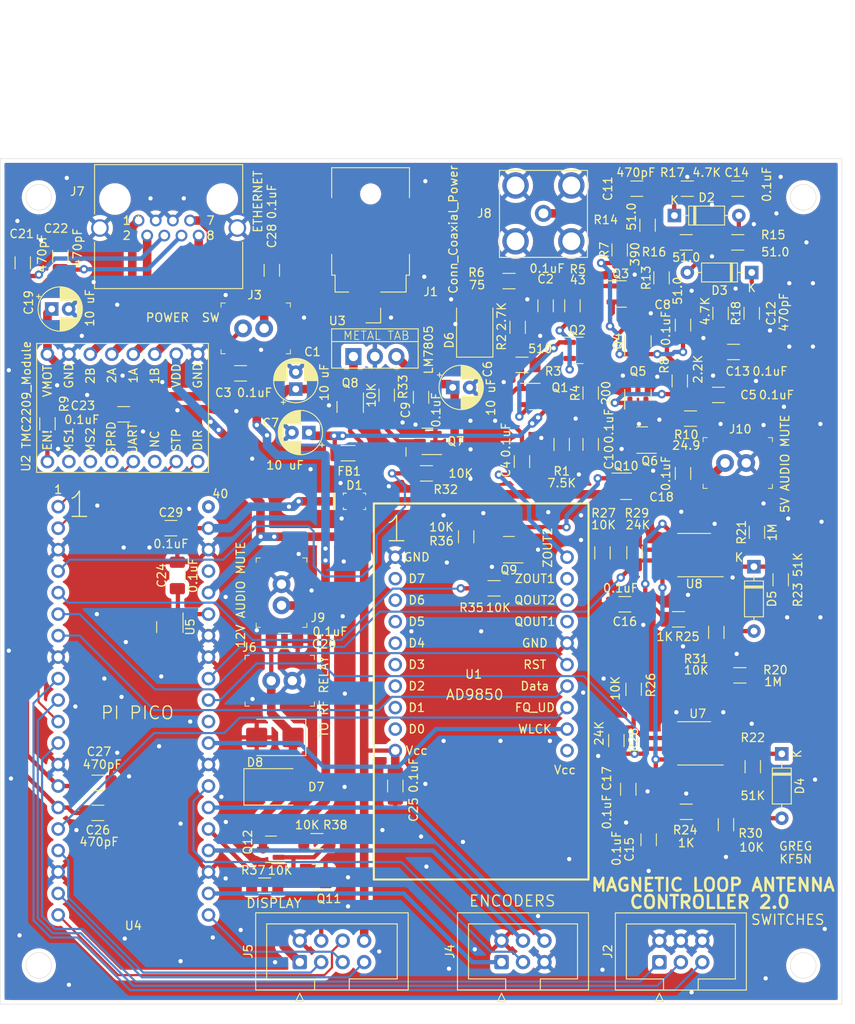
<source format=kicad_pcb>
(kicad_pcb (version 20221018) (generator pcbnew)
  (title_block (title "Magloop Pico") (date "2021-07-21") (rev "1.0") (comment 4 "Greg Raven"))
  (layers (0 "F.Cu" signal) (31 "B.Cu" signal) (34 "B.Paste" user) (35 "F.Paste" user) (36 "B.SilkS" user "B.Silkscreen") (37 "F.SilkS" user "F.Silkscreen") (38 "B.Mask" user) (39 "F.Mask" user) (44 "Edge.Cuts" user))
  (net 0 "")
  (net 1 "GND")
  (net 2 "+12V")
  (net 3 "Net-(C2-Pad1)")
  (net 4 "+5V")
  (net 5 "Net-(C8-Pad1)")
  (net 6 "Net-(C11-Pad2)")
  (net 7 "Net-(Q1-B)")
  (net 8 "Net-(U1-ZOUT2)")
  (net 9 "Net-(Q5-B)")
  (net 10 "Net-(Q1-C)")
  (net 11 "/ZEROSWITCH")
  (net 12 "/MAXSWITCH")
  (net 13 "/AUTOTUNE")
  (net 14 "/EN1_DATA")
  (net 15 "/EN1_CLK")
  (net 16 "/EN2_DATA")
  (net 17 "/EN2_CLK")
  (net 18 "/SCK")
  (net 19 "/MOSI")
  (net 20 "/CS")
  (net 21 "/DC")
  (net 22 "Net-(Q4-E)")
  (net 23 "Net-(D2-K)")
  (net 24 "/Forward")
  (net 25 "/Reverse")
  (net 26 "/EXIT")
  (net 27 "/ADC_VREF")
  (net 28 "/ENTER")
  (net 29 "Net-(D3-K)")
  (net 30 "Net-(U8A-+)")
  (net 31 "/RFAMP")
  (net 32 "/OPAMP")
  (net 33 "/RFRELAY")
  (net 34 "+5VA")
  (net 35 "Net-(R13-Pad2)")
  (net 36 "Net-(U7A-+)")
  (net 37 "Net-(U7B-+)")
  (net 38 "Net-(U8B-+)")
  (net 39 "Net-(D7-K)")
  (net 40 "+3.3V")
  (net 41 "Net-(U4-VSYS)")
  (net 42 "Net-(D2-A)")
  (net 43 "/WLCK")
  (net 44 "/STEP")
  (net 45 "/DIR")
  (net 46 "/FQ_UD")
  (net 47 "/12V_FILT")
  (net 48 "Net-(D4-K)")
  (net 49 "Net-(D4-A)")
  (net 50 "Net-(D5-K)")
  (net 51 "Net-(D5-A)")
  (net 52 "Net-(D7-A)")
  (net 53 "Net-(Q8-D)")
  (net 54 "Net-(U2-2B)")
  (net 55 "Net-(U2-2A)")
  (net 56 "Net-(U2-1B)")
  (net 57 "Net-(U2-1A)")
  (net 58 "Net-(Q1-E)")
  (net 59 "Net-(Q2-E)")
  (net 60 "Net-(Q2-C)")
  (net 61 "Net-(Q3-E)")
  (net 62 "Net-(Q5-E)")
  (net 63 "Net-(Q7-B)")
  (net 64 "Net-(Q7-C)")
  (net 66 "Net-(Q9-B)")
  (net 67 "Net-(Q10-G)")
  (net 68 "Net-(Q11-B)")
  (net 69 "Net-(Q11-C)")
  (net 70 "Net-(U2-EN!)")
  (net 71 "Net-(U7B--)")
  (net 72 "Net-(U8B--)")
  (net 82 "Net-(U1-Data)")
  (net 83 "Net-(U1-RST)")
  (net 89 "/UART_TX")
  (footprint "Capacitor_SMD:C_1206_3216Metric_Pad1.33x1.80mm_HandSolder" (layer "F.Cu") (at 154.178 66.929 -90)
    (fp_text reference "C2")
    (fp_text value "0.1uF")
  )
  (footprint "Capacitor_SMD:C_1206_3216Metric_Pad1.33x1.80mm_HandSolder" (layer "F.Cu") (at 151.384 85.344 -90)
    (fp_text reference "C4")
    (fp_text value "0.1uF")
  )
  (footprint "Capacitor_SMD:C_1206_3216Metric_Pad1.33x1.80mm_HandSolder" (layer "F.Cu") (at 174.625 77.47)
    (fp_text reference "C5")
    (fp_text value "0.1uF")
  )
  (footprint "Capacitor_SMD:C_1206_3216Metric_Pad1.33x1.80mm_HandSolder" (layer "F.Cu") (at 170.434 69.215 -90)
    (fp_text reference "C8")
    (fp_text value "0.1uF")
  )
  (footprint "Capacitor_SMD:C_1206_3216Metric_Pad1.33x1.80mm_HandSolder" (layer "F.Cu") (at 159.512 83.312 -90)
    (fp_text reference "C10")
    (fp_text value "0.1uF")
  )
  (footprint "Capacitor_SMD:C_1206_3216Metric_Pad1.33x1.80mm_HandSolder" (layer "F.Cu") (at 164.973 53.086 180)
    (fp_text reference "C11")
    (fp_text value "470pF")
  )
  (footprint "Capacitor_SMD:C_1206_3216Metric_Pad1.33x1.80mm_HandSolder" (layer "F.Cu") (at 178.562 67.818 -90)
    (fp_text reference "C12")
    (fp_text value "470pF")
  )
  (footprint "Capacitor_SMD:C_1206_3216Metric_Pad1.33x1.80mm_HandSolder" (layer "F.Cu") (at 176.911 53.086)
    (fp_text reference "C14")
    (fp_text value "0.1uF")
  )
  (footprint "Capacitor_SMD:C_1206_3216Metric_Pad1.33x1.80mm_HandSolder" (layer "F.Cu") (at 166.37 130.048 -90)
    (fp_text reference "C15")
    (fp_text value "0.1uF")
  )
  (footprint "Capacitor_SMD:C_1206_3216Metric_Pad1.33x1.80mm_HandSolder" (layer "F.Cu") (at 163.556 102.215 180)
    (fp_text reference "C16")
    (fp_text value "0.1uF")
  )
  (footprint "Diode_THT:D_DO-35_SOD27_P7.62mm_Horizontal" (layer "F.Cu") (at 169.418 56.261)
    (fp_text reference "D2")
    (fp_text value "1N5711")
  )
  (footprint "Diode_THT:D_DO-35_SOD27_P7.62mm_Horizontal" (layer "F.Cu") (at 178.562 62.992 180)
    (fp_text reference "D3")
    (fp_text value "1N5711")
  )
  (footprint "Diode_THT:D_DO-35_SOD27_P7.62mm_Horizontal" (layer "F.Cu") (at 182.118 119.888 -90)
    (fp_text reference "D4")
    (fp_text value "1N5711")
  )
  (footprint "Connector_IDC:IDC-Header_2x04_P2.54mm_Vertical" (layer "F.Cu") (at 125.095 144.5165 90)
    (fp_text reference "J5")
    (fp_text value "Conn_02x04_Odd_Even")
  )
  (footprint "Resistor_SMD:R_1206_3216Metric_Pad1.30x1.75mm_HandSolder" (layer "F.Cu") (at 156.083 83.312 -90)
    (fp_text reference "R1")
    (fp_text value "7.5K")
  )
  (footprint "Resistor_SMD:R_1206_3216Metric_Pad1.30x1.75mm_HandSolder" (layer "F.Cu") (at 150.876 69.469 90)
    (fp_text reference "R2")
    (fp_text value "2.7K")
  )
  (footprint "Resistor_SMD:R_1206_3216Metric_Pad1.30x1.75mm_HandSolder" (layer "F.Cu") (at 151.384 73.914 180)
    (fp_text reference "R3")
    (fp_text value "510")
  )
  (footprint "Resistor_SMD:R_1206_3216Metric_Pad1.30x1.75mm_HandSolder" (layer "F.Cu") (at 159.512 77.242 90)
    (fp_text reference "R4")
    (fp_text value "200")
  )
  (footprint "Resistor_SMD:R_1206_3216Metric_Pad1.30x1.75mm_HandSolder" (layer "F.Cu") (at 157.353 66.929 90)
    (fp_text reference "R5")
    (fp_text value "43")
  )
  (footprint "Resistor_SMD:R_1206_3216Metric_Pad1.30x1.75mm_HandSolder" (layer "F.Cu") (at 149.86 64.008 180)
    (fp_text reference "R6")
    (fp_text value "75")
  )
  (footprint "Resistor_SMD:R_1206_3216Metric_Pad1.30x1.75mm_HandSolder" (layer "F.Cu") (at 162.941 60.325 90)
    (fp_text reference "R7")
    (fp_text value "390")
  )
  (footprint "Resistor_SMD:R_1206_3216Metric_Pad1.30x1.75mm_HandSolder" (layer "F.Cu") (at 170.053 75.819 -90)
    (fp_text reference "R8")
    (fp_text value "2.2K")
  )
  (footprint "Resistor_SMD:R_1206_3216Metric_Pad1.30x1.75mm_HandSolder" (layer "F.Cu") (at 171.323 80.264)
    (fp_text reference "R10")
    (fp_text value "24.9")
  )
  (footprint "Resistor_SMD:R_1206_3216Metric_Pad1.30x1.75mm_HandSolder" (layer "F.Cu") (at 167.894 63.627 90)
    (fp_text reference "R13")
    (fp_text value "51.0")
  )
  (footprint "Resistor_SMD:R_1206_3216Metric_Pad1.30x1.75mm_HandSolder" (layer "F.Cu") (at 166.243 57.404 90)
    (fp_text reference "R14")
    (fp_text value "51.0")
  )
  (footprint "Resistor_SMD:R_1206_3216Metric_Pad1.30x1.75mm_HandSolder" (layer "F.Cu") (at 170.815 59.436)
    (fp_text reference "R16")
    (fp_text value "51.0")
  )
  (footprint "Resistor_SMD:R_1206_3216Metric_Pad1.30x1.75mm_HandSolder" (layer "F.Cu") (at 170.942 53.086)
    (fp_text reference "R17")
    (fp_text value "4.7K")
  )
  (footprint "Resistor_SMD:R_1206_3216Metric_Pad1.30x1.75mm_HandSolder" (layer "F.Cu") (at 174.879 67.818 -90)
    (fp_text reference "R18")
    (fp_text value "4.7K")
  )
  (footprint "Resistor_SMD:R_1206_3216Metric_Pad1.30x1.75mm_HandSolder" (layer "F.Cu") (at 179.177 93.706 90)
    (fp_text reference "R21")
    (fp_text value "1M")
  )
  (footprint "Resistor_SMD:R_1206_3216Metric_Pad1.30x1.75mm_HandSolder" (layer "F.Cu") (at 181.991 99.314 -90)
    (fp_text reference "R23")
    (fp_text value "51K")
  )
  (footprint "Resistor_SMD:R_1206_3216Metric_Pad1.30x1.75mm_HandSolder" (layer "F.Cu") (at 170.815 126.746 180)
    (fp_text reference "R24")
    (fp_text value "1K")
  )
  (footprint "Resistor_SMD:R_1206_3216Metric_Pad1.30x1.75mm_HandSolder" (layer "F.Cu") (at 169.906 103.993 180)
    (fp_text reference "R25")
    (fp_text value "1K")
  )
  (footprint "Resistor_SMD:R_1206_3216Metric_Pad1.30x1.75mm_HandSolder" (layer "F.Cu") (at 164.592 112.268 90)
    (fp_text reference "R26")
    (fp_text value "10K")
  )
  (footprint "Resistor_SMD:R_1206_3216Metric_Pad1.30x1.75mm_HandSolder" (layer "F.Cu") (at 160.909 96.139 -90)
    (fp_text reference "R27")
    (fp_text value "10K")
  )
  (footprint "Resistor_SMD:R_1206_3216Metric_Pad1.30x1.75mm_HandSolder" (layer "F.Cu") (at 162.55 118.328 -90)
    (fp_text reference "R28")
    (fp_text value "24K")
  )
  (footprint "AD9850:AD9850_MODULE" (layer "F.Cu") (at 146.558 108.077)
    (fp_text reference "U1")
    (fp_text value "AD9850MODULE")
  )
  (footprint "Package_TO_SOT_SMD:SOT-23" (layer "F.Cu") (at 109.728 104.902 -90)
    (fp_text reference "U5")
    (fp_text value "LM4040DBZ-3")
  )
  (footprint "Package_SO:SOIC-8_3.9x4.9mm_P1.27mm" (layer "F.Cu") (at 171.75 118.655 180)
    (fp_text reference "U7")
    (fp_text value "LM358")
  )
  (footprint "Package_TO_SOT_SMD:SOT-23" (layer "F.Cu") (at 157.964 72.202)
    (fp_text reference "Q2")
    (fp_text value "NPN")
  )
  (footprint "Package_TO_SOT_SMD:SOT-23" (layer "F.Cu") (at 163.068 65.532)
    (fp_text reference "Q3")
    (fp_text value "NPN")
  )
  (footprint "Package_TO_SOT_SMD:SOT-23" (layer "F.Cu") (at 165.1 71.12 90)
    (fp_text reference "Q4")
    (fp_text value "NPN")
  )
  (footprint "Capacitor_SMD:C_1206_3216Metric_Pad1.33x1.80mm_HandSolder" (layer "F.Cu") (at 176.403 72.39)
    (fp_text reference "C13")
    (fp_text value "0.1uF")
  )
  (footprint "Package_TO_SOT_SMD:SOT-23" (layer "F.Cu") (at 152.884 77.658)
    (fp_text reference "Q1")
    (fp_text value "NPN")
  )
  (footprint "Package_TO_SOT_SMD:SOT-23" (layer "F.Cu") (at 165.1 77.47 90)
    (fp_text reference "Q5")
    (fp_text value "NPN")
  )
  (footprint "digikey-footprints:SOD-123" (layer "F.Cu") (at 131.572 90.043)
    (fp_text reference "D1")
    (fp_text value "MBR0520LT1G")
  )
  (footprint "Diode_THT:D_DO-35_SOD27_P7.62mm_Horizontal" (layer "F.Cu") (at 178.825 97.765 -90)
    (fp_text reference "D5")
    (fp_text value "1N5711")
  )
  (footprint "Resistor_SMD:R_1206_3216Metric_Pad1.30x1.75mm_HandSolder" (layer "F.Cu") (at 177.165 110.617 180)
    (fp_text reference "R20")
    (fp_text value "1M")
  )
  (footprint "Package_SO:SOIC-8_3.9x4.9mm_P1.27mm" (layer "F.Cu") (at 171.75 96.4 180)
    (fp_text reference "U8")
    (fp_text value "LM358")
  )
  (footprint "Resistor_SMD:R_1206_3216Metric_Pad1.30x1.75mm_HandSolder" (layer "F.Cu") (at 164.699 96.119 -90)
    (fp_text reference "R29")
    (fp_text value "24K")
  )
  (footprint "Inductor_SMD:L_1206_3216Metric" (layer "F.Cu") (at 130.81 84.354 180)
    (fp_text reference "FB1")
    (fp_text value "FerriteBead")
  )
  (footprint "Capacitor_THT:CP_Radial_D5.0mm_P2.00mm" (layer "F.Cu") (at 124.625 76.775 90)
    (fp_text reference "C1")
    (fp_text value "10 uF")
  )
  (footprint "Capacitor_SMD:C_1206_3216Metric_Pad1.33x1.80mm_HandSolder" (layer "F.Cu") (at 139.446 77.75 -90)
    (fp_text reference "C9")
    (fp_text value "0.1uF")
  )
  (footprint "Capacitor_SMD:C_1206_3216Metric_Pad1.33x1.80mm_HandSolder" (layer "F.Cu") (at 118.0908 74.9148)
    (fp_text reference "C3")
    (fp_text value "0.1uF")
  )
  (footprint "Package_TO_SOT_THT:TO-220-3_Vertical" (layer "F.Cu") (at 131.445 72.924)
    (fp_text reference "U3")
    (fp_text value "LM7805")
  )
  (footprint "Capacitor_THT:CP_Radial_D5.0mm_P2.00mm" (layer "F.Cu") (at 143.189888 76.581)
    (fp_text reference "C6")
    (fp_text value "10 uF")
  )
  (footprint "Capacitor_THT:CP_Radial_D5.0mm_P2.00mm" (layer "F.Cu") (at 126.177113 81.915 180)
    (fp_text reference "C7")
    (fp_text value "10 uF")
  )
  (footprint "Connector_BarrelJack:BarrelJack_CUI_PJ-036AH-SMT_Horizontal" (layer "F.Cu") (at 133.477 60.706 180)
    (fp_text reference "J1")
    (fp_text value "Conn_Coaxial_Power")
  )
  (footprint "Capacitor_SMD:C_1206_3216Metric_Pad1.33x1.80mm_HandSolder" (layer "F.Cu") (at 163.957 124.079 -90)
    (fp_text reference "C17")
    (fp_text value "0.1uF")
  )
  (footprint "Resistor_SMD:R_1206_3216Metric_Pad1.30x1.75mm_HandSolder" (layer "F.Cu") (at 175.514 128.27 -90)
    (fp_text reference "R30")
    (fp_text value "10K")
  )
  (footprint "Resistor_SMD:R_1206_3216Metric_Pad1.30x1.75mm_HandSolder" (layer "F.Cu") (at 174.371 105.537 -90)
    (fp_text reference "R31")
    (fp_text value "10K")
  )
  (footprint "Capacitor_SMD:C_1206_3216Metric_Pad1.33x1.80mm_HandSolder" (layer "F.Cu") (at 170.434 86.741 90)
    (fp_text reference "C18")
    (fp_text value "0.1uF")
  )
  (footprint "Connector_IDC:IDC-Header_2x03_P2.54mm_Vertical" (layer "F.Cu") (at 148.966 144.5165 90)
    (fp_text reference "J4")
    (fp_text value "Conn_02x03_Odd_Even")
  )
  (footprint "Resistor_SMD:R_1206_3216Metric_Pad1.30x1.75mm_HandSolder" (layer "F.Cu") (at 178.689 121.412 -90)
    (fp_text reference "R22")
    (fp_text value "51K")
  )
  (footprint "Resistor_SMD:R_1206_3216Metric_Pad1.30x1.75mm_HandSolder" (layer "F.Cu") (at 176.911 59.436)
    (fp_text reference "R15")
    (fp_text value "51.0")
  )
  (footprint "PI_Pico:PI_PICO" (layer "F.Cu") (at 105.41 114.808)
    (fp_text reference "U4")
    (fp_text value "PI_PICO")
  )
  (footprint "Capacitor_THT:CP_Radial_D5.0mm_P2.00mm" (layer "F.Cu") (at 95.758 67.31)
    (fp_text reference "C19")
    (fp_text value "10 uF")
  )
  (footprint "Capacitor_SMD:C_1206_3216Metric_Pad1.33x1.80mm_HandSolder" (layer "F.Cu") (at 123.2875 106.55)
    (fp_text reference "C20")
    (fp_text value "0.1uF")
  )
  (footprint "digikey-footprints:PinHeader_1x2_P2.5mm_Drill1.1mm" (layer "F.Cu") (at 124.225 111.25 180)
    (fp_text reference "J6")
    (fp_text value "TO RF RELAY")
  )
  (footprint "Package_TO_SOT_SMD:SOT-23" (layer "F.Cu") (at 140.208 82.957 180)
    (fp_text reference "Q7")
    (fp_text value "NPN")
  )
  (footprint "Package_TO_SOT_SMD:SOT-23" (layer "F.Cu") (at 131.064 78.893 -90)
    (fp_text reference "Q8")
    (fp_text value "PMOS")
  )
  (footprint "Package_TO_SOT_SMD:SOT-23" (layer "F.Cu") (at 163.703 88.265)
    (fp_text reference "Q10")
    (fp_text value "PMOS")
  )
  (footprint "Package_TO_SOT_SMD:SOT-23" (layer "F.Cu") (at 127.2125 134.525 180)
    (fp_text reference "Q11")
    (fp_text value "NPN")
  )
  (footprint "Package_TO_SOT_SMD:SOT-23" (layer "F.Cu") (at 121.6875 131.175 180)
    (fp_text reference "Q12")
    (fp_text value "PMOS")
  )
  (footprint "Resistor_SMD:R_1206_3216Metric_Pad1.30x1.75mm_HandSolder" (layer "F.Cu") (at 140.081 86.741 180)
    (fp_text reference "R32")
    (fp_text value "10K")
  )
  (footprint "Resistor_SMD:R_1206_3216Metric_Pad1.30x1.75mm_HandSolder" (layer "F.Cu") (at 135.382 77.496 -90)
    (fp_text reference "R33")
    (fp_text value "10K")
  )
  (footprint "Resistor_SMD:R_1206_3216Metric_Pad1.30x1.75mm_HandSolder" (layer "F.Cu") (at 148.082 100.33 180)
    (fp_text reference "R35")
    (fp_text value "10K")
  )
  (footprint "Resistor_SMD:R_1206_3216Metric_Pad1.30x1.75mm_HandSolder" (layer "F.Cu") (at 144.78 94.234 -90)
    (fp_text reference "R36")
    (fp_text value "10K")
  )
  (footprint "Resistor_SMD:R_1206_3216Metric_Pad1.30x1.75mm_HandSolder" (layer "F.Cu") (at 120.95 135.475)
    (fp_text reference "R37")
    (fp_text value "10K")
  )
  (footprint "Resistor_SMD:R_1206_3216Metric_Pad1.30x1.75mm_HandSolder" (layer "F.Cu") (at 127.125 130.225)
    (fp_text reference "R38")
    (fp_text value "10K")
  )
  (footprint "Package_TO_SOT_SMD:SOT-23" (layer "F.Cu") (at 149.836 95.758 180)
    (fp_text reference "Q9")
    (fp_text value "NPN")
  )
  (footprint "Package_TO_SOT_SMD:SOT-23" (layer "F.Cu") (at 165.608 82.804 180)
    (fp_text reference "Q6")
    (fp_text value "NPN")
  )
  (footprint "Capacitor_SMD:C_1206_3216Metric_Pad1.33x1.80mm_HandSolder" (layer "F.Cu") (at 92.329 61.849 -90)
    (fp_text reference "C21")
    (fp_text value "470pF")
  )
  (footprint "Capacitor_SMD:C_1206_3216Metric_Pad1.33x1.80mm_HandSolder" (layer "F.Cu") (at 96.774 61.087 -90)
    (fp_text reference "C22")
    (fp_text value "470pF")
  )
  (footprint "Capacitor_SMD:C_1206_3216Metric_Pad1.33x1.80mm_HandSolder" (layer "F.Cu") (at 109.855 93.218)
    (fp_text reference "C29")
    (fp_text value "0.1uF")
  )
  (footprint "Capacitor_SMD:C_1206_3216Metric_Pad1.33x1.80mm_HandSolder" (layer "F.Cu") (at 101.219 123.317 180)
    (fp_text reference "C27")
    (fp_text value "470pF")
  )
  (footprint "TMC2209:TMC2209_MODULE" (layer "F.Cu") (at 104.135 79 -90)
    (fp_text reference "U2")
    (fp_text value "TMC2209_Module")
  )
  (footprint "Diode_SMD:D_SMB" (layer "F.Cu") (at 145.796 69.342 90)
    (fp_text reference "D6")
    (fp_text value "1N4004")
  )
  (footprint "Diode_SMD:D_SMB" (layer "F.Cu") (at 122.15 123.8)
    (fp_text reference "D7")
    (fp_text value "1N4004")
  )
  (footprint "Capacitor_SMD:C_1206_3216Metric_Pad1.33x1.80mm_HandSolder" (layer "F.Cu") (at 101.219 126.873 180)
    (fp_text reference "C26")
    (fp_text value "470pF")
  )
  (footprint "Capacitor_SMD:C_1206_3216Metric_Pad1.33x1.80mm_HandSolder" (layer "F.Cu") (at 104.267 79.756)
    (fp_text reference "C23")
    (fp_text value "0.1uF")
  )
  (footprint "Connector_IDC:IDC-Header_2x03_P2.54mm_Vertical" (layer "F.Cu") (at 167.64 144.526 90)
    (fp_text reference "J2")
    (fp_text value "Conn_02x03_Odd_Even")
  )
  (footprint "Capacitor_SMD:C_1206_3216Metric_Pad1.33x1.80mm_HandSolder" (layer "F.Cu") (at 136.398 123.698 -90)
    (fp_text reference "C25")
    (fp_text value "0.1uF")
  )
  (footprint "magloop_library:2-406541-3" (layer "F.Cu") (at 106.027416 56.849118)
    (fp_text reference "J7")
    (fp_text value "ETHERNET")
  )
  (footprint "Capacitor_SMD:C_1206_3216Metric_Pad1.33x1.80mm_HandSolder" (layer "F.Cu") (at 110.617 98.806 90)
    (fp_text reference "C24")
    (fp_text value "0.1uF")
  )
  (footprint "5-1634513-1:TE_5-1634513-1" (layer "F.Cu") (at 153.924 56.007 180)
    (fp_text reference "J8")
    (fp_text value "5-1634513-1")
  )
  (footprint "Resistor_SMD:R_1206_3216Metric_Pad1.30x1.75mm_HandSolder" (layer "F.Cu") (at 95.25 80.875 -90)
    (fp_text reference "R9")
    (fp_text value "0")
  )
  (footprint "Capacitor_SMD:C_1206_3216Metric_Pad1.33x1.80mm_HandSolder" (layer "F.Cu") (at 121.793 62.738 90)
    (fp_text reference "C28")
    (fp_text value "0.1uF")
  )
  (footprint "digikey-footprints:PinHeader_1x2_P2.5mm_Drill1.1mm" (layer "F.Cu") (at 122.941 102.338 90)
    (fp_text reference "J9")
    (fp_text value "12V AUDIO MUTE")
  )
  (footprint "digikey-footprints:PinHeader_1x2_P2.5mm_Drill1.1mm" (layer "F.Cu") (at 118.388 69.601)
    (fp_text reference "J3")
    (fp_text value "POWER  SW")
  )
  (footprint "digikey-footprints:PinHeader_1x2_P2.5mm_Drill1.1mm" (layer "F.Cu") (at 175.411 85.5125)
    (fp_text reference "J10")
    (fp_text value "5V AUDIO MUTE")
  )
  (footprint "Diode_SMD:D_SMB" (layer "F.Cu") (at 122.15 117.95 180)
    (fp_text reference "D8")
    (fp_text value "1N4004")
  )
  (gr_line (start 137.668 83.693) (end 137.668 84.709) (stroke (width 0.12)) (layer "F.SilkS"))
  (gr_circle (center 184.658 54.102) (end 186.182 54.102) (stroke (width 0.05)) (fill none) (layer "Edge.Cuts"))
  (gr_circle (center 94.234 144.907) (end 94.234 143.383) (stroke (width 0.05)) (fill none) (layer "Edge.Cuts"))
  (gr_line (start 89.662 49.53) (end 89.662 149.479) (stroke (width 0.05)) (layer "Edge.Cuts"))
  (gr_line (start 189.23 49.53) (end 189.23 149.479) (stroke (width 0.05)) (layer "Edge.Cuts"))
  (gr_line (start 89.662 49.53) (end 189.23 49.53) (stroke (width 0.05)) (layer "Edge.Cuts"))
  (gr_circle (center 94.234 54.102) (end 95.758 54.102) (stroke (width 0.05)) (fill none) (layer "Edge.Cuts"))
  (gr_circle (center 184.658 144.907) (end 186.182 144.907) (stroke (width 0.05)) (fill none) (layer "Edge.Cuts"))
  (gr_line (start 89.662 149.479) (end 189.23 149.479) (stroke (width 0.05)) (layer "Edge.Cuts"))
  (gr_text "MAGNETIC LOOP ANTENNA" (at 173.99 135.382) (layer "F.SilkS") (effects (font (size 1.5 1.5) (thickness 0.3))))
  (gr_text "SWITCHES" (at 182.825 139.5) (layer "F.SilkS") (effects (font (size 1.2 1.2))))
  (gr_text "CONTROLLER 2.0" (at 173.609 137.414) (layer "F.SilkS") (effects (font (size 1.5 1.5) (thickness 0.3))))
  (gr_text "ENCODERS" (at 150.241 137.287) (layer "F.SilkS") (effects (font (size 1.3 1.3))))
  (gr_text "40" (at 115.697 89.154) (layer "F.SilkS") (effects (font (size 1 1))))
  (gr_text "KF5N" (at 183.769 132.334) (layer "F.SilkS") (effects (font (size 1 1))))
  (gr_text "1" (at 96.52 88.646) (layer "F.SilkS") (effects (font (size 1 1))))
  (gr_text "GREG" (at 183.769 130.81) (layer "F.SilkS") (effects (font (size 1 1))))
  (gr_text "DISPLAY" (at 122.05 137.55) (layer "F.SilkS") (effects (font (size 1.1 1.1))))
  (gr_text "PI PICO" (at 101.475 115.925) (layer "F.SilkS") (effects (font (size 1.5 1.5)) (justify left bottom)))
  (gr_text "1" (at 135.025 95.075) (layer "F.SilkS") (effects (font (size 3 3)) (justify left bottom)))
  (gr_text "1" (at 97.5 92.2) (layer "F.SilkS") (effects (font (size 3 3)) (justify left bottom)))
  (segment (start 97.663 67.116887) (end 97.723887 67.056) (width 1.016) (layer "F.Cu") (net 1))
  (via (at 148.844 118.364) (size 1) (drill 0.5) (layers "F.Cu" "B.Cu") (net 1))
  (via (at 170.434 107.188) (size 1) (drill 0.5) (layers "F.Cu" "B.Cu") (net 1))
  (via (at 166.9 86.425) (size 1) (drill 0.5) (layers "F.Cu" "B.Cu") (net 1))
  (via (at 182.753 103.759) (size 1) (drill 0.5) (layers "F.Cu" "B.Cu") (net 1))
  (via (at 163.322 75.184) (size 1) (drill 0.5) (layers "F.Cu" "B.Cu") (net 1))
  (via (at 126.375 86.25) (size 1) (drill 0.5) (layers "F.Cu" "B.Cu") (net 1))
  (via (at 171.025 101.1) (size 1) (drill 0.5) (layers "F.Cu" "B.Cu") (net 1))
  (via (at 178.816 57.277) (size 1) (drill 0.5) (layers "F.Cu" "B.Cu") (net 1))
  (via (at 117.602 79.375) (size 1) (drill 0.5) (layers "F.Cu" "B.Cu") (net 1))
  (via (at 142.494 97.282) (size 1) (drill 0.5) (layers "F.Cu" "B.Cu") (net 1))
  (via (at 166.37 133.731) (size 1) (drill 0.5) (layers "F.Cu" "B.Cu") (net 1))
  (via (at 130.302 97.155) (size 1) (drill 0.5) (layers "F.Cu" "B.Cu") (net 1))
  (via (at 142.113 91.694) (size 1) (drill 0.5) (layers "F.Cu" "B.Cu") (net 1))
  (via (at 176.3 99.05) (size 1) (drill 0.5) (layers "F.Cu" "B.Cu") (net 1))
  (via (at 139.954 123.444) (size 1) (drill 0.5) (layers "F.Cu" "B.Cu") (net 1))
  (via (at 125.603 68.326) (size 1) (drill 0.5) (layers "F.Cu" "B.Cu") (net 1))
  (via (at 146.558 105.41) (size 1) (drill 0.5) (layers "F.Cu" "B.Cu") (net 1))
  (via (at 148.209 80.518) (size 1) (drill 0.5) (layers "F.Cu" "B.Cu") (net 1))
  (via (at 182.88 92.075) (size 1) (drill 0.5) (layers "F.Cu" "B.Cu") (net 1))
  (via (at 140.081 133.223) (size 1) (drill 0.5) (layers "F.Cu" "B.Cu") (net 1))
  (via (at 171.45 148.082) (size 1) (drill 0.5) (layers "F.Cu" "B.Cu") (net 1))
  (via (at 130.81 137.922) (size 1) (drill 0.5) (layers "F.Cu" "B.Cu") (net 1))
  (via (at 179.07 75.819) (size 1) (drill 0.5) (layers "F.Cu" "B.Cu") (net 1))
  (via (at 183.007 64.262) (size 1) (drill 0.5) (layers "F.Cu" "B.Cu") (net 1))
  (via (at 158.623 112.649) (size 1) (drill 0.5) (layers "F.Cu" "B.Cu") (net 1))
  (via (at 149.225 75.946) (size 1) (drill 0.5) (layers "F.Cu" "B.Cu") (net 1))
  (via (at 110.998 144.399) (size 1) (drill 0.5) (layers "F.Cu" "B.Cu") (net 1))
  (via (at 90.932 122.809) (size 1) (drill 0.5) (layers "F.Cu" "B.Cu") (net 1))
  (via (at 130.4 123.8) (size 1) (drill 0.5) (layers "F.Cu" "B.Cu") (net 1))
  (via (at 180.213 146.431) (size 1) (drill 0.5) (layers "F.Cu" "B.Cu") (net 1))
  (via (at 129.921 87.884) (size 1) (drill 0.5) (layers "F.Cu" "B.Cu") (net 1))
  (via (at 104.267 95.504) (size 1) (drill 0.5) (layers "F.Cu" "B.Cu") (net 1))
  (via (at 157.734 80.264) (size 1) (drill 0.5) (layers "F.Cu" "B.Cu") (net 1))
  (via (at 112.141 116.078) (size 1) (drill 0.5) (layers "F.Cu" "B.Cu") (net 1))
  (via (at 104.394 141.732) (size 1) (drill 0.5) (layers "F.Cu" "B.Cu") (net 1))
  (via (at 108.839 75.946) (size 1) (drill 0.5) (layers "F.Cu" "B.Cu") (net 1))
  (via (at 115.824 124.968) (size 1) (drill 0.5) (layers "F.Cu" "B.Cu") (net 1))
  (via (at 145.3 83.9) (size 1) (drill 0.5) (layers "F.Cu" "B.Cu") (net 1))
  (via (at 108.712 110.744) (size 1) (drill 0.5) (layers "F.Cu" "B.Cu") (net 1))
  (via (at 126.492 100.584) (size 1) (drill 0.5) (layers "F.Cu" "B.Cu") (net 1))
  (via (at 100.711 64.135) (size 1) (drill 0.5) (layers "F.Cu" "B.Cu") (net 1))
  (via (at 96.393 76.327) (size 1) (drill 0.5) (layers "F.Cu" "B.Cu") (net 1))
  (via (at 165.735 104.648) (size 1) (drill 0.5) (layers "F.Cu" "B.Cu") (net 1))
  (via (at 152.019 66.167) (size 1) (drill 0.5) (layers "F.Cu" "B.Cu") (net 1))
  (via (at 186.69 103.759) (size 1) (drill 0.5) (layers "F.Cu" "B.Cu") (net 1))
  (via (at 104.521 106.68) (size 1) (drill 0.5) (layers "F.Cu" "B.Cu") (net 1))
  (via (at 170.815 124.587) (size 1) (drill 0.5) (layers "F.Cu" "B.Cu") (net 1))
  (via (at 98.552 114.3) (size 1) (drill 0.5) (layers "F.Cu" "B.Cu") (net 1))
  (via (at 143.002 66.167) (size 1) (drill 0.5) (layers "F.Cu" "B.Cu") (net 1))
  (via (at 181.483 56.007) (size 1) (drill 0.5) (layers "F.Cu" "B.Cu") (net 1))
  (via (at 122.174 144.526) (size 1) (drill 0.5) (layers "F.Cu" "B.Cu") (net 1))
  (via (at 104.013 113.157) (size 1) (drill 0.5) (layers "F.Cu" "B.Cu") (net 1))
  (via (at 147.828 97.79) (size 1) (drill 0.5) (layers "F.Cu" "B.Cu") (net 1))
  (via (at 130.175 103.632) (size 1) (drill 0.5) (layers "F.Cu" "B.Cu") (net 1))
  (via (at 181.991 51.689) (size 1) (drill 0.5) (layers "F.Cu" "B.Cu") (net 1))
  (via (at 107.442 54.229) (size 1) (drill 0.5) (layers "F.Cu" "B.Cu") (net 1))
  (via (at 114.808 141.605) (size 1) (drill 0.5) (layers "F.Cu" "B.Cu") (net 1))
  (via (at 169.65 114.975) (size 1) (drill 0.5) (layers "F.Cu" "B.Cu") (net 1))
  (via (at 183.007 71.755) (size 1) (drill 0.5) (layers "F.Cu" "B.Cu") (net 1))
  (via (at 186.817 92.456) (size 1) (drill 0.5) (layers "F.Cu" "B.Cu") (net 1))
  (via (at 171.45 65.151) (size 1) (drill 0.5) (layers "F.Cu" "B.Cu") (net 1))
  (via (at 173.863 54.991) (size 1) (drill 0.5) (layers "F.Cu" "B.Cu") (net 1))
  (via (at 156.972 132.334) (size 1) (drill 0.5) (layers "F.Cu" "B.Cu") (net 1))
  (via (at 138.303 105.41) (size 1) (drill 0.5) (layers "F.Cu" "B.Cu") (net 1))
  (via (at 185.801 64.262) (size 1) (drill 0.5) (layers "F.Cu" "B.Cu") (net 1))
  (via (at 124.968 96.266) (size 1) (drill 0.5) (layers "F.Cu" "B.Cu") (net 1))
  (via (at 106.553 81.788) (size 1) (drill 0.5) (layers "F.Cu" "B.Cu") (net 1))
  (via (at 178.562 116.332) (size 1) (drill 0.5) (layers "F.Cu" "B.Cu") (net 1))
  (via (at 179.959 90.297) (size 1) (drill 0.5) (layers "F.Cu" "B.Cu") (net 1))
  (via (at 174.175 92.7) (size 1) (drill 0.5) (layers "F.Cu" "B.Cu") (net 1))
  (via (at 134.493 143.256) (size 1) (drill 0.5) (layers "F.Cu" "B.Cu") (net 1))
  (via (at 135.636 88.265) (size 1) (drill 0.5) (layers "F.Cu" "B.Cu") (net 1))
  (via (at 144.399 130.302) (size 1) (drill 0.5) (layers "F.Cu" "B.Cu") (net 1))
  (via (at 104.14 75.184) (size 1) (drill 0.5) (layers "F.Cu" "B.Cu") (net 1))
  (via (at 163.175 83.85) (size 1) (drill 0.5) (layers "F.Cu" "B.Cu") (net 1))
  (via (at 101.15 90.55) (size 1) (drill 0.5) (layers "F.Cu" "B.Cu") (net 1))
  (via (at 97.79 147.193) (size 1) (drill 0.5) (layers "F.Cu" "B.Cu") (net 1))
  (via (at 179.959 81.026) (size 1) (drill 0.5) (layers "F.Cu" "B.Cu") (net 1))
  (via (at 128.55 78.7) (size 1) (drill 0.5) (layers "F.Cu" "B.Cu") (net 1))
  (via (at 139.446 129.667) (size 1) (drill 0.5) (layers "F.Cu" "B.Cu") (net 1))
  (via (at 164.719 63.246) (size 1) (drill 0.5) (layers "F.Cu" "B.Cu") (net 1))
  (via (at 166.624 67.818) (size 1) (drill 0.5) (layers "F.Cu" "B.Cu") (net 1))
  (via (at 175.2 114.975) (size 1) (drill 0.5) (layers "F.Cu" "B.Cu") (net 1))
  (via (at 143.51 69.088) (size 1) (drill 0.5) (layers "F.Cu" "B.Cu") (net 1))
  (via (at 176.657 64.897) (size 1) (drill 0.5) (layers "F.Cu" "B.Cu") (net 1))
  (via (at 175.514 132.08) (size 1) (drill 0.5) (layers "F.Cu" "B.Cu") (net 1))
  (via (at 170.942 51.689) (size 1) (drill 0.5) (layers "F.Cu" "B.Cu") (net 1))
  (via (at 137.2616 80.7212) (size 1) (drill 0.5) (layers "F.Cu" "B.Cu") (net 1))
  (via (at 173.863 61.087) (size 1) (drill 0.5) (layers "F.Cu" "B.Cu") (net 1))
  (via (at 110.998 128.143) (size 1) (drill 0.5) (layers "F.Cu" "B.Cu") (net 1))
  (via (at 153.67 82.55) (size 1) (drill 0.5) (layers "F.Cu" "B.Cu") (net 1))
  (via (at 165.227 80.899) (size 1) (drill 0.5) (layers "F.Cu" "B.Cu") (net 1))
  (via (at 153.289 95.758) (size 1) (drill 0.5) (layers "F.Cu" "B.Cu") (net 1))
  (via (at 172.847 70.739) (size 1) (drill 0.5) (layers "F.Cu" "B.Cu") (net 1))
  (via (at 154.686 118.364) (size 1) (drill 0.5) (layers "F.Cu" "B.Cu") (net 1))
  (via (at 101.981 110.998) (size 1) (drill 0.5) (layers "F.Cu" "B.Cu") (net 1))
  (via (at 96.5 83.85) (size 1) (drill 0.5) (layers "F.Cu" "B.Cu") (net 1))
  (via (at 103.505 66.802) (size 1) (drill 0.5) (layers "F.Cu" "B.Cu") (net 1))
  (via (at 139.954 52.197) (size 1) (drill 0.5) (layers "F.Cu" "B.Cu") (net 1))
  (via (at 166.243 124.333) (size 1) (drill 0.5) (layers "F.Cu" "B.Cu") (net 1))
  (via (at 120.015 105.283) (size 1) (drill 0.5) (layers "F.Cu" "B.Cu") (net 1))
  (via (at 91.948 141.351) (size 1) (drill 0.5) (layers "F.Cu" "B.Cu") (net 1))
  (via (at 98.679 128.905) (size 1) (drill 0.5) (layers "F.Cu" "B.Cu") (net 1))
  (via (at 110.625 79.275) (size 1) (drill 0.5) (layers "F.Cu" "B.Cu") (net 1))
  (via (at 134.874 128.905) (size 1) (drill 0.5) (layers "F.Cu" "B.Cu") (net 1))
  (via (at 111.379 54.229) (size 1) (drill 0.5) (layers "F.Cu" "B.Cu") (net 1))
  (via (at 116.332 65.659) (size 1) (drill 0.5) (layers "F.Cu" "B.Cu") (net 1))
  (via (at 185.039 59.436) (size 1) (drill 0.5) (layers "F.Cu" "B.Cu") (net 1))
  (via (at 173.99 75.184) (size 1) (drill 0.5) (layers "F.Cu" "B.Cu") (net 1))
  (via (at 139.827 63.5) (size 1) (drill 0.5) (layers "F.Cu" "B.Cu") (net 1))
  (via (at 160.401 120.142) (size 1) (drill 0.5) (layers "F.Cu" "B.Cu") (net 1))
  (via (at 180.721 69.85) (size 1) (drill 0.5) (layers "F.Cu" "B.Cu") (net 1))
  (via (at 176.784 108.077) (size 1) (drill 0.5) (layers "F.Cu" "B.Cu") (net 1))
  (via (at 112.014 90.932) (size 1) (drill 0.5) (layers "F.Cu" "B.Cu") (net 1))
  (via (at 145.796 143.002) (size 1) (drill 0.5) (layers "F.Cu" "B.Cu") (net 1))
  (via (at 158.375 91.7) (size 1) (drill 0.5) (layers "F.Cu" "B.Cu") (net 1))
  (via (at 103.505 119.761) (size 1) (drill 0.5) (layers "F.Cu" "B.Cu") (net 1))
  (via (at 153.543 70.485) (size 1) (drill 0.5) (layers "F.Cu" "B.Cu") (net 1))
  (via (at 130.81 134.493) (size 1) (drill 0.5) (layers "F.Cu" "B.Cu") (net 1))
  (via (at 186.69 80.899) (size 1) (drill 0.5) (layers "F.Cu" "B.Cu") (net 1))
  (via (at 108.458 118.999) (size 1) (drill 0.5) (layers "F.Cu" "B.Cu") (net 1))
  (via (at 160.909 145.415) (size 1) (drill 0.5) (layers "F.Cu" "B.Cu") (net 1))
  (via (at 138.7856 80.9752) (size 1) (drill 0.5) (layers "F.Cu" "B.Cu") (net 1))
  (via (at 182.372 78.867) (size 1) (drill 0.5) (layers "F.Cu" "B.Cu") (net 1))
  (via (at 145.288 87.376) (size 1) (drill 0.5) (layers "F.Cu" "B.Cu") (net 1))
  (via (at 116.332 101.346) (size 1) (drill 0.5) (layers "F.Cu" "B.Cu") (net 1))
  (via (at 97.536 51.816) (size 1) (drill 0.5) (layers "F.Cu" "B.Cu") (net 1))
  (via (at 130.048 92.075) (size 1) (drill 0.5) (layers "F.Cu" "B.Cu") (net 1))
  (via (at 116.35 127.95) (size 1) (drill 0.5) (layers "F.Cu" "B.Cu") (net 1))
  (via (at 130.429 112.776) (size 1) (drill 0.5) (layers "F.Cu" "B.Cu") (net 1))
  (via (at 99.949 77.47) (size 1) (drill 0.5) (layers "F.Cu" "B.Cu") (net 1))
  (via (at 167.386 75.311) (size 1) (drill 0.5) (layers "F.Cu" "B.Cu") (net 1))
  (via (at 135.89 68.326) (size 1) (drill 0.5) (layers "F.Cu" "B.Cu") (net 1))
  (via (at 116.332 134.62) (size 1) (drill 0.5) (layers "F.Cu" "B.Cu") (net 1))
  (via (at 146.812 91.44) (size 1) (drill 0.5) (layers "F.Cu" "B.Cu") (net 1))
  (via (at 185.801 71.755) (size 1) (drill 0.5) (layers "F.Cu" "B.Cu") (net 1))
  (via (at 174.879 80.899) (size 1) (drill 0.5) (layers "F.Cu" "B.Cu") (net 1))
  (via (at 119.475 85) (size 1) (drill 0.5) (layers "F.Cu" "B.Cu") (net 1))
  (via (at 142.748 145.288) (size 1) (drill 0.5) (layers "F.Cu" "B.Cu") (net 1))
  (via (at 158.369 94.615) (size 1) (drill 0.5) (layers "F.Cu" "B.Cu") (net 1))
  (via (at 104.902 122.555) (size 1) (drill 0.5) (layers "F.Cu" "B.Cu") (net 1))
  (via (at 107.315 95.504) (size 1) (drill 0.5) (layers "F.Cu" "B.Cu") (net 1))
  (via (at 118.11 140.716) (size 1) (drill 0.5) (layers "F.Cu" "B.Cu") (net 1))
  (via (at 120.523 72.136) (size 1) (drill 0.5) (layers "F.Cu" "B.Cu") (net 1))
  (via (at 186.055 122.936) (size 1) (drill 0.5) (layers "F.Cu" "B.Cu") (net 1))
  (via (at 187.198 140.589) (size 1) (drill 0.5) (layers "F.Cu" "B.Cu") (net 1))
  (via (at 90.678 74.549) (size 1) (drill 0.5) (layers "F.Cu" "B.Cu") (net 1))
  (via (at 119.507 113.411) (size 1) (drill 0.5) (layers "F.Cu" "B.Cu") (net 1))
  (via (at 99.314 70.485) (size 1) (drill 0.5) (layers "F.Cu" "B.Cu") (net 1))
  (via (at 154.5 91.325) (size 1) (drill 0.5) (layers "F.Cu" "B.Cu") (net 1))
  (via (at 101.092 103.378) (size 1) (drill 0.5) (layers "F.Cu" "B.Cu") (net 1))
  (via (at 163.703 128.016) (size 1) (drill 0.5) (layers "F.Cu" "B.Cu") (net 1))
  (via (at 153.289 139.065) (size 1) (drill 0.5) (layers "F.Cu" "B.Cu") (net 1))
  (via (at 145.288 80.518) (size 1) (drill 0.5) (layers "F.Cu" "B.Cu") (net 1))
  (via (at 158.115 86.868) (size 1) (drill 0.5) (layers "F.Cu" "B.Cu") (net 1))
  (via (at 170.225 91.275) (size 1) (drill 0.5) (layers "F.Cu" "B.Cu") (net 1))
  (via (at 167.64 80.391) (size 1) (drill 0.5) (layers "F.Cu" "B.Cu") (net 1))
  (via (at 142.113 118.364) (size 1) (drill 0.5) (layers "F.Cu" "B.Cu") (net 1))
  (via (at 94.488 59.182) (size 1) (drill 0.5) (layers "F.Cu" "B.Cu") (net 1))
  (via (at 91.694 56.896) (size 1) (drill 0.5) (layers "F.Cu" "B.Cu") (net 1))
  (via (at 161.036 110.998) (size 1) (drill 0.5) (layers "F.Cu" "B.Cu") (net 1))
  (via (at 90.678 107.696) (size 1) (drill 0.5) (layers "F.Cu" "B.Cu") (net 1))
  (segment (start 121.793 64.3005) (end 121.793 66.548) (width 1.016) (layer "F.Cu") (net 2))
  (segment (start 120.888 67.453) (end 121.793 66.548) (width 1.016) (layer "F.Cu") (net 2))
  (segment (start 145.796 71.492) (end 143.374 71.492) (width 1.016) (layer "F.Cu") (net 2))
  (segment (start 120.888 69.601) (end 120.888 67.453) (width 1.016) (layer "F.Cu") (net 2))
  (segment (start 143.374 71.492) (end 138.388 66.506) (width 1.016) (layer "F.Cu") (net 2))
  (segment (start 138.388 66.506) (end 132.777 66.506) (width 1.016) (layer "F.Cu") (net 2))
  (segment (start 132.777 66.506) (end 121.835 66.506) (width 1.016) (layer "F.Cu") (net 2))
  (segment (start 121.835 66.506) (end 121.793 66.548) (width 1.016) (layer "F.Cu") (net 2))
  (segment (start 152.908 64.262) (end 151.156 64.262) (width 0.508) (layer "F.Cu") (net 3))
  (segment (start 157.353 65.379) (end 154.1905 65.379) (width 0.508) (layer "F.Cu") (net 3))
  (segment (start 154.0125 65.3665) (end 152.908 64.262) (width 0.508) (layer "F.Cu") (net 3))
  (segment (start 154.1905 65.379) (end 154.178 65.3665) (width 0.254) (layer "F.Cu") (net 3))
  (segment (start 154.178 65.3665) (end 154.0125 65.3665) (width 0.254) (layer "F.Cu") (net 3))
  (segment (start 143.419511 76.810623) (end 143.189888 76.581) (width 1.016) (layer "F.Cu") (net 4))
  (segment (start 144.846 89.215) (end 162.203 89.215) (width 1.016) (layer "F.Cu") (net 4))
  (segment (start 143.419511 89.063511) (end 142.440022 90.043) (width 1.016) (layer "F.Cu") (net 4))
  (segment (start 139.446 76.1875) (end 139.446 75.845) (width 1.016) (layer "F.Cu") (net 4))
  (segment (start 143.419511 89.063511) (end 143.419511 76.810623) (width 1.016) (layer "F.Cu") (net 4))
  (segment (start 143.419511 89.063511) (end 143.571 89.215) (width 1.016) (layer "F.Cu") (net 4))
  (segment (start 139.446 76.1875) (end 142.796388 76.1875) (width 1.016) (layer "F.Cu") (net 4))
  (segment (start 139.446 75.845) (end 136.525 72.924) (width 1.016) (layer "F.Cu") (net 4))
  (segment (start 144.78 92.684) (end 144.78 89.281) (width 0.508) (layer "F.Cu") (net 4))
  (segment (start 144.846 89.215) (end 143.571 89.215) (width 1.016) (layer "F.Cu") (net 4))
  (segment (start 142.796388 76.1875) (end 143.189888 76.581) (width 1.016) (layer "F.Cu") (net 4))
  (segment (start 133.147 90.043) (end 136.652 90.043) (width 1.016) (layer "F.Cu") (net 4))
  (segment (start 142.440022 90.043) (end 135.128 90.043) (width 1.016) (layer "F.Cu") (net 4))
  (segment (start 144.78 89.281) (end 144.846 89.215) (width 0.254) (layer "F.Cu") (net 4))
  (segment (start 170.434 67.6525) (end 170.3695 67.6525) (width 0.508) (layer "F.Cu") (net 5))
  (segment (start 170.3695 67.6525) (end 167.894 65.177) (width 0.508) (layer "F.Cu") (net 5))
  (segment (start 163.195 56.007) (end 166.09 56.007) (width 1.016) (layer "F.Cu") (net 6))
  (segment (start 163.4105 55.7915) (end 163.195 56.007) (width 0.508) (layer "F.Cu") (net 6))
  (segment (start 163.4105 52.578) (end 163.4105 55.7915) (width 0.508) (layer "F.Cu") (net 6))
  (segment (start 166.09 56.007) (end 166.243 55.854) (width 1.016) (layer "F.Cu") (net 6))
  (segment (start 153.924 56.007) (end 163.195 56.007) (width 1.016) (layer "F.Cu") (net 6))
  (segment (start 150.876 72.39) (end 151.384 72.898) (width 0.508) (layer "F.Cu") (net 7))
  (segment (start 152.68 84.862) (end 156.083 84.862) (width 0.508) (layer "F.Cu") (net 7))
  (segment (start 151.9465 76.708) (end 150.749 76.708) (width 0.508) (layer "F.Cu") (net 7))
  (segment (start 151.384 83.7815) (end 151.5995 83.7815) (width 0.254) (layer "F.Cu") (net 7))
  (segment (start 150.876 71.019) (end 150.876 72.39) (width 0.508) (layer "F.Cu") (net 7))
  (segment (start 149.733 80.391) (end 149.733 77.724) (width 0.508) (layer "F.Cu") (net 7))
  (segment (start 149.733 77.724) (end 150.749 76.708) (width 0.508) (layer "F.Cu") (net 7))
  (segment (start 151.5995 83.7815) (end 152.68 84.862) (width 0.508) (layer "F.Cu") (net 7))
  (segment (start 151.384 83.7815) (end 151.384 82.042) (width 0.508) (layer "F.Cu") (net 7))
  (segment (start 151.384 72.898) (end 151.384 76.708) (width 0.508) (layer "F.Cu") (net 7))
  (segment (start 151.384 82.042) (end 149.733 80.391) (width 0.508) (layer "F.Cu") (net 7))
  (segment (start 151.3775 86.9) (end 148.65 86.9) (width 0.508) (layer "F.Cu") (net 8))
  (via (at 148.65 86.9) (size 1) (drill 0.5) (layers "F.Cu" "B.Cu") (net 8))
  (segment (start 156.718 96.647) (end 152.225 92.154) (width 0.508) (layer "B.Cu") (net 8))
  (segment (start 152.225 90.475) (end 148.65 86.9) (width 0.508) (layer "B.Cu") (net 8))
  (segment (start 152.225 92.154) (end 152.225 90.475) (width 0.508) (layer "B.Cu") (net 8))
  (segment (start 170.154 77.47) (end 170.053 77.369) (width 0.508) (layer "F.Cu") (net 9))
  (segment (start 164.108 79.012) (end 164.15 78.97) (width 0.254) (layer "F.Cu") (net 9))
  (segment (start 164.108 82.804) (end 164.108 79.012) (width 0.508) (layer "F.Cu") (net 9))
  (segment (start 162.3825 78.4075) (end 162.375 78.4) (width 0.508) (layer "F.Cu") (net 9))
  (segment (start 164.15 78.547) (end 164.15 78.97) (width 0.508) (layer "F.Cu") (net 9))
  (segment (start 170.1155 77.4315) (end 170.053 77.369) (width 0.254) (layer "F.Cu") (net 9))
  (segment (start 170.053 77.369) (end 167.931 77.369) (width 0.508) (layer "F.Cu") (net 9))
  (segment (start 173.0625 77.47) (end 170.154 77.47) (width 0.508) (layer "F.Cu") (net 9))
  (segment (start 164.15 78.97) (end 164.15 78.42) (width 0.254) (layer "F.Cu") (net 9))
  (segment (start 164.15 78.4075) (end 162.3825 78.4075) (width 0.508) (layer "F.Cu") (net 9))
  (segment (start 167.931 77.369) (end 167.925 77.375) (width 0.508) (layer "F.Cu") (net 9))
  (via (at 162.375 78.4) (size 1) (drill 0.5) (layers "F.Cu" "B.Cu") (net 9))
  (via (at 167.925 77.375) (size 1) (drill 0.5) (layers "F.Cu" "B.Cu") (net 9))
  (segment (start 163.4 77.375) (end 162.375 78.4) (width 0.508) (layer "B.Cu") (net 9))
  (segment (start 167.925 77.375) (end 163.4 77.375) (width 0.508) (layer "B.Cu") (net 9))
  (segment (start 168.529 72.745) (end 169.685 73.901) (width 0.508) (layer "F.Cu") (net 10))
  (segment (start 129.235 84.354) (end 129.235 82.347) (width 0.508) (layer "F.Cu") (net 10))
  (segment (start 155.956 78.613) (end 155.001 77.658) (width 0.508) (layer "F.Cu") (net 10))
  (segment (start 163.425 69.62) (end 165.1 69.62) (width 0.508) (layer "F.Cu") (net 10))
  (segment (start 170.053 74.269) (end 170.053 73.886163) (width 0.508) (layer "F.Cu") (net 10))
  (segment (start 129.286 82.296) (end 130.04848 82.296) (width 1.016) (layer "F.Cu") (net 10))
  (segment (start 159.714 78.792) (end 161.671 76.835) (width 0.508) (layer "F.Cu") (net 10))
  (segment (start 165.786837 69.62) (end 165.1 69.62) (width 0.508) (layer "F.Cu") (net 10))
  (segment (start 153.289 80.137) (end 154.384 79.042) (width 0.508) (layer "F.Cu") (net 10))
  (segment (start 156.135 78.792) (end 155.956 78.613) (width 0.508) (layer "F.Cu") (net 10))
  (segment (start 159.512 78.792) (end 159.714 78.792) (width 0.508) (layer "F.Cu") (net 10))
  (segment (start 129.286 82.296) (end 126.558113 82.296) (width 1.016) (layer "F.Cu") (net 10))
  (segment (start 154.384 77.658) (end 154.384 79.042) (width 0.508) (layer "F.Cu") (net 10))
  (segment (start 129.235 82.347) (end 129.286 82.296) (width 0.508) (layer "F.Cu") (net 10))
  (segment (start 161.671 71.374) (end 163.425 69.62) (width 0.508) (layer "F.Cu") (net 10))
  (segment (start 164.568 65.532) (end 164.568 67.032) (width 0.508) (layer "F.Cu") (net 10))
  (segment (start 156.083 81.762) (end 156.083 78.844) (width 0.508) (layer "F.Cu") (net 10))
  (segment (start 164.568 67.032) (end 165.1 67.564) (width 0.508) (layer "F.Cu") (net 10))
  (segment (start 168.529 71.12) (end 168.529 72.745) (width 0.508) (layer "F.Cu") (net 10))
  (segment (start 159.512 78.792) (end 156.135 78.792) (width 0.508) (layer "F.Cu") (net 10))
  (segment (start 169.685 73.901) (end 170.053 74.269) (width 0.508) (layer "F.Cu") (net 10))
  (segment (start 155.001 77.658) (end 154.384 77.658) (width 0.508) (layer "F.Cu") (net 10))
  (segment (start 156.083 78.844) (end 156.135 78.792) (width 0.254) (layer "F.Cu") (net 10))
  (segment (start 126.558113 82.296) (end 126.177113 81.915) (width 1.016) (layer "F.Cu") (net 10))
  (segment (start 152.5905 80.8355) (end 153.289 80.137) (width 1.016) (layer "F.Cu") (net 10))
  (segment (start 165.1 67.564) (end 165.1 69.62) (width 0.508) (layer "F.Cu") (net 10))
  (segment (start 167.029 69.62) (end 168.529 71.12) (width 0.508) (layer "F.Cu") (net 10))
  (segment (start 165.786837 69.62) (end 167.029 69.62) (width 0.508) (layer "F.Cu") (net 10))
  (segment (start 159.512 81.7495) (end 159.512 78.792) (width 0.508) (layer "F.Cu") (net 10))
  (segment (start 161.671 76.835) (end 161.671 71.374) (width 0.508) (layer "F.Cu") (net 10))
  (via (at 129.159 82.296) (size 1) (drill 0.5) (layers "F.Cu" "B.Cu") (net 10))
  (via (at 153.289 80.137) (size 1) (drill 0.5) (layers "F.Cu" "B.Cu") (net 10))
  (via (at 130.175 82.296) (size 1) (drill 0.5) (layers "F.Cu" "B.Cu") (net 10))
  (via (at 152.5905 80.8355) (size 1) (drill 0.5) (layers "F.Cu" "B.Cu") (net 10))
  (segment (start 151.13 82.296) (end 152.5905 80.8355) (width 0.508) (layer "B.Cu") (net 10))
  (segment (start 130.175 82.296) (end 151.13 82.296) (width 0.508) (layer "B.Cu") (net 10))
  (segment (start 153.289 80.137) (end 152.5905 80.8355) (width 1.016) (layer "B.Cu") (net 10))
  (segment (start 129.286 82.296) (end 130.175 82.296) (width 1.016) (layer "B.Cu") (net 10))
  (segment (start 96.4815 62.6495) (end 92.837 66.294) (width 0.508) (layer "F.Cu") (net 11))
  (segment (start 98.552 123.317) (end 98.171 123.698) (width 0.508) (layer "F.Cu") (net 11))
  (segment (start 96.774 62.6495) (end 99.5295 62.6495) (width 0.508) (layer "F.Cu") (net 11))
  (segment (start 92.837 120.015) (end 96.52 123.698) (width 0.508) (layer "F.Cu") (net 11))
  (segment (start 99.5295 62.6495) (end 99.568 62.611) (width 0.508) (layer "F.Cu") (net 11))
  (segment (start 92.837 66.294) (end 92.837 120.015) (width 0.508) (layer "F.Cu") (net 11))
  (segment (start 99.6565 123.317) (end 98.552 123.317) (width 0.508) (layer "F.Cu") (net 11))
  (segment (start 96.774 62.6495) (end 96.4815 62.6495) (width 0.508) (layer "F.Cu") (net 11))
  (segment (start 98.171 123.698) (end 96.52 123.698) (width 0.508) (layer "F.Cu") (net 11))
  (via (at 99.568 62.611) (size 1) (drill 0.5) (layers "F.Cu" "B.Cu") (net 11))
  (segment (start 99.568 62.611) (end 107.123534 62.611) (width 0.508) (layer "B.Cu") (net 11))
  (segment (start 107.123534 62.611) (end 111.107416 58.627118) (width 0.508) (layer "B.Cu") (net 11))
  (segment (start 94.0685 63.4115) (end 94.234 63.246) (width 0.508) (layer "F.Cu") (net 12))
  (segment (start 91.948 63.7925) (end 91.948 121.666) (width 0.508) (layer "F.Cu") (net 12))
  (segment (start 98.298 126.873) (end 97.663 126.238) (width 0.508) (layer "F.Cu") (net 12))
  (segment (start 92.329 63.4115) (end 94.0685 63.4115) (width 0.508) (layer "F.Cu") (net 12))
  (segment (start 92.329 63.4115) (end 91.948 63.7925) (width 0.508) (layer "F.Cu") (net 12))
  (segment (start 91.948 121.666) (end 96.52 126.238) (width 0.508) (layer "F.Cu") (net 12))
  (segment (start 97.663 126.238) (end 96.52 126.238) (width 0.508) (layer "F.Cu") (net 12))
  (segment (start 99.6565 126.873) (end 98.298 126.873) (width 0.508) (layer "F.Cu") (net 12))
  (via (at 94.234 63.246) (size 1) (drill 0.5) (layers "F.Cu" "B.Cu") (net 12))
  (segment (start 106.172 61.341) (end 96.139 61.341) (width 0.508) (layer "B.Cu") (net 12))
  (segment (start 96.139 61.341) (end 94.234 63.246) (width 0.508) (layer "B.Cu") (net 12))
  (segment (start 109.075416 58.627118) (end 106.361534 61.341) (width 0.508) (layer "B.Cu") (net 12))
  (segment (start 106.361534 61.341) (end 106.172 61.341) (width 0.508) (layer "B.Cu") (net 12))
  (segment (start 99.18748 141.09652) (end 105.41048 147.31952) (width 0.254) (layer "B.Cu") (net 13))
  (segment (start 94.10748 115.95052) (end 94.10748 139.31852) (width 0.254) (layer "B.Cu") (net 13))
  (segment (start 94.10748 139.31852) (end 95.88548 141.09652) (width 0.254) (layer "B.Cu") (net 13))
  (segment (start 105.41048 147.31952) (end 167.38648 147.31952) (width 0.254) (layer "B.Cu") (net 13))
  (segment (start 95.88548 141.09652) (end 99.18748 141.09652) (width 0.254) (layer "B.Cu") (net 13))
  (segment (start 167.38648 147.31952) (end 170.18 144.526) (width 0.254) (layer "B.Cu") (net 13))
  (segment (start 96.52 113.538) (end 94.10748 115.95052) (width 0.254) (layer "B.Cu") (net 13))
  (segment (start 145.504663 144.5165) (end 137.414 136.425837) (width 0.508) (layer "B.Cu") (net 14))
  (segment (start 148.966 144.5165) (end 145.504663 144.5165) (width 0.508) (layer "B.Cu") (net 14))
  (segment (start 137.414 136.425837) (end 137.414 136.398) (width 0.508) (layer "B.Cu") (net 14))
  (segment (start 114.3 136.398) (end 137.414 136.398) (width 0.508) (layer "B.Cu") (net 14))
  (segment (start 150.27548 143.28598) (end 147.73098 143.28598) (width 0.254) (layer "B.Cu") (net 15))
  (segment (start 137.122489 132.677489) (end 113.881489 132.677489) (width 0.254) (layer "B.Cu") (net 15))
  (segment (start 113.881489 132.677489) (end 112.522 131.318) (width 0.254) (layer "B.Cu") (net 15))
  (segment (start 114.3 123.698) (end 112.52248 125.47552) (width 0.254) (layer "B.Cu") (net 15))
  (segment (start 112.52248 125.47552) (end 112.52248 131.31752) (width 0.254) (layer "B.Cu") (net 15))
  (segment (start 151.506 144.5165) (end 150.27548 143.28598) (width 0.254) (layer "B.Cu") (net 15))
  (segment (start 112.52248 131.31752) (end 112.522 131.318) (width 0.254) (layer "B.Cu") (net 15))
  (segment (start 147.73098 143.28598) (end 137.122489 132.677489) (width 0.254) (layer "B.Cu") (net 15))
  (segment (start 151.506 141.9765) (end 140.8475 131.318) (width 0.508) (layer "B.Cu") (net 16))
  (segment (start 140.8475 131.318) (end 114.3 131.318) (width 0.508) (layer "B.Cu") (net 16))
  (segment (start 154.046 141.9765) (end 138.3075 126.238) (width 0.508) (layer "B.Cu") (net 17))
  (segment (start 114.3 126.238) (end 138.3075 126.238) (width 0.508) (layer "B.Cu") (net 17))
  (segment (start 130.9275 146.304) (end 106.426 146.304) (width 0.254) (layer "B.Cu") (net 18))
  (segment (start 106.426 146.304) (end 96.52 136.398) (width 0.254) (layer "B.Cu") (net 18))
  (segment (start 132.715 144.5165) (end 130.9275 146.304) (width 0.254) (layer "B.Cu") (net 18))
  (segment (start 96.52 138.938) (end 103.632 146.05) (width 0.254) (layer "F.Cu") (net 19))
  (segment (start 130.175 141.9765) (end 128.905 143.2465) (width 0.254) (layer "F.Cu") (net 19))
  (segment (start 128.905 143.2465) (end 128.905 145.161) (width 0.254) (layer "F.Cu") (net 19))
  (segment (start 103.632 146.05) (end 128.016 146.05) (width 0.254) (layer "F.Cu") (net 19))
  (segment (start 128.016 146.05) (end 128.905 145.161) (width 0.254) (layer "F.Cu") (net 19))
  (segment (start 126.40448 145.74702) (end 106.586762 145.74702) (width 0.254) (layer "B.Cu") (net 20))
  (segment (start 97.700511 132.498511) (end 96.52 131.318) (width 0.254) (layer "B.Cu") (net 20))
  (segment (start 127.635 144.5165) (end 126.40448 145.74702) (width 0.254) (layer "B.Cu") (net 20))
  (segment (start 97.700511 136.860769) (end 97.700511 132.498511) (width 0.254) (layer "B.Cu") (net 20))
  (segment (start 106.586762 145.74702) (end 97.700511 136.860769) (width 0.254) (layer "B.Cu") (net 20))
  (segment (start 118.64798 143.28598) (end 128.94448 143.28598) (width 0.254) (layer "B.Cu") (net 21))
  (segment (start 114.3 138.938) (end 118.64798 143.28598) (width 0.254) (layer "B.Cu") (net 21))
  (segment (start 128.94448 143.28598) (end 130.175 144.5165) (width 0.254) (layer "B.Cu") (net 21))
  (segment (start 165.1 75.311) (end 165.1 75.97) (width 0.508) (layer "F.Cu") (net 22))
  (segment (start 166.074 72.644) (end 166.05 72.62) (width 0.254) (layer "F.Cu") (net 22))
  (segment (start 166.05 74.361) (end 165.1 75.311) (width 0.508) (layer "F.Cu") (net 22))
  (segment (start 167.386 72.644) (end 166.074 72.644) (width 0.508) (layer "F.Cu") (net 22))
  (segment (start 166.05 72.62) (end 166.05 74.361) (width 0.508) (layer "F.Cu") (net 22))
  (segment (start 170.434 70.7775) (end 170.434 72.39) (width 0.508) (layer "F.Cu") (net 22))
  (via (at 167.386 72.644) (size 1) (drill 0.5) (layers "F.Cu" "B.Cu") (net 22))
  (via (at 170.434 72.39) (size 1) (drill 0.5) (layers "F.Cu" "B.Cu") (net 22))
  (segment (start 169.164 72.644) (end 169.418 72.39) (width 0.508) (layer "B.Cu") (net 22))
  (segment (start 169.418 72.39) (end 170.434 72.39) (width 0.508) (layer "B.Cu") (net 22))
  (segment (start 167.386 72.644) (end 169.164 72.644) (width 0.508) (layer "B.Cu") (net 22))
  (segment (start 169.392 56.235) (end 169.418 56.261) (width 0.508) (layer "F.Cu") (net 23))
  (segment (start 166.5355 53.086) (end 169.392 53.086) (width 0.508) (layer "F.Cu") (net 23))
  (segment (start 169.392 52.578) (end 169.392 56.235) (width 0.508) (layer "F.Cu") (net 23))
  (segment (start 165.333 97.035) (end 164.699 97.669) (width 0.508) (layer "F.Cu") (net 24))
  (segment (start 169.275 97.035) (end 165.333 97.035) (width 0.508) (layer "F.Cu") (net 24))
  (segment (start 164.459 97.669) (end 163.068 99.06) (width 0.508) (layer "F.Cu") (net 24))
  (via (at 163.068 99.06) (size 1) (drill 0.5) (layers "F.Cu" "B.Cu") (net 24))
  (segment (start 134.530511 103.086489) (end 159.041511 103.086489) (width 0.254) (layer "B.Cu") (net 24))
  (segment (start 114.3 110.998) (end 118.0465 107.2515) (width 0.254) (layer "B.Cu") (net 24))
  (segment (start 130.3655 107.2515) (end 134.530511 103.086489) (width 0.254) (layer "B.Cu") (net 24))
  (segment (start 159.041511 103.086489) (end 163.068 99.06) (width 0.254) (layer "B.Cu") (net 24))
  (segment (start 118.0465 107.2515) (end 130.3655 107.2515) (width 0.254) (layer "B.Cu") (net 24))
  (segment (start 164.7 119.875) (end 162.553 119.875) (width 0.508) (layer "F.Cu") (net 25))
  (segment (start 165.675 119.875) (end 164.7 119.875) (width 0.508) (layer "F.Cu") (net 25))
  (segment (start 169.275 119.29) (end 166.26 119.29) (width 0.508) (layer "F.Cu") (net 25))
  (segment (start 166.26 119.29) (end 165.675 119.875) (width 0.508) (layer "F.Cu") (net 25))
  (segment (start 162.553 119.875) (end 162.55 119.878) (width 0.508) (layer "F.Cu") (net 25))
  (via (at 164.7 119.875) (size 1) (drill 0.5) (layers "F.Cu" "B.Cu") (net 25))
  (segment (start 164.7 119.875) (end 164.7 116.725) (width 0.254) (layer "B.Cu") (net 25))
  (segment (start 115.662 113.538) (end 120 109.2) (width 0.254) (layer "B.Cu") (net 25))
  (segment (start 120 109.2) (end 127.718511 109.2) (width 0.254) (layer "B.Cu") (net 25))
  (segment (start 164.7155 116.7095) (end 158.712489 110.706489) (width 0.254) (layer "B.Cu") (net 25))
  (segment (start 114.3 113.538) (end 115.662 113.538) (width 0.254) (layer "B.Cu") (net 25))
  (segment (start 129.225 110.706489) (end 158.712489 110.706489) (width 0.254) (layer "B.Cu") (net 25))
  (segment (start 127.718511 109.2) (end 129.225 110.706489) (width 0.254) (layer "B.Cu") (net 25))
  (segment (start 164.7 116.725) (end 164.7155 116.7095) (width 0.254) (layer "B.Cu") (net 25))
  (segment (start 167.64 144.526) (end 165.354 146.812) (width 0.254) (layer "B.Cu") (net 26))
  (segment (start 96.139 140.589) (end 99.44196 140.589) (width 0.254) (layer "B.Cu") (net 26))
  (segment (start 94.615 120.523) (end 94.615 120.55) (width 0.254) (layer "B.Cu") (net 26))
  (segment (start 96.52 118.618) (end 94.615 120.523) (width 0.254) (layer "B.Cu") (net 26))
  (segment (start 99.44196 140.589) (end 105.66448 146.81152) (width 0.254) (layer "B.Cu") (net 26))
  (segment (start 165.35352 146.81152) (end 165.354 146.812) (width 0.254) (layer "B.Cu") (net 26))
  (segment (start 94.615 139.065) (end 96.139 140.589) (width 0.254) (layer "B.Cu") (net 26))
  (segment (start 94.615 120.55) (end 94.615 139.065) (width 0.254) (layer "B.Cu") (net 26))
  (segment (start 105.66448 146.81152) (end 165.35352 146.81152) (width 0.254) (layer "B.Cu") (net 26))
  (segment (start 110.702 103.378) (end 110.678 103.402) (width 0.508) (layer "F.Cu") (net 27))
  (segment (start 114.3 103.378) (end 110.702 103.378) (width 0.508) (layer "F.Cu") (net 27))
  (segment (start 110.678 103.402) (end 110.678 100.4295) (width 0.508) (layer "F.Cu") (net 27))
  (segment (start 110.678 100.4295) (end 110.617 100.3685) (width 0.508) (layer "F.Cu") (net 27))
  (segment (start 95.63292 141.605) (end 98.80792 141.605) (width 0.254) (layer "B.Cu") (net 28))
  (segment (start 169.41896 147.82704) (end 172.72 144.526) (width 0.254) (layer "B.Cu") (net 28))
  (segment (start 93.59996 113.91804) (end 93.59996 139.57204) (width 0.254) (layer "B.Cu") (net 28))
  (segment (start 96.52 110.998) (end 93.59996 113.91804) (width 0.254) (layer "B.Cu") (net 28))
  (segment (start 105.02996 147.82704) (end 169.41896 147.82704) (width 0.254) (layer "B.Cu") (net 28))
  (segment (start 93.59996 139.57204) (end 95.63196 141.60404) (width 0.254) (layer "B.Cu") (net 28))
  (segment (start 98.80792 141.605) (end 105.02996 147.82704) (width 0.254) (layer "B.Cu") (net 28))
  (segment (start 95.63196 141.60404) (end 95.63292 141.605) (width 0.254) (layer "B.Cu") (net 28))
  (segment (start 174.879 66.268) (end 178.5495 66.268) (width 0.508) (layer "F.Cu") (net 29))
  (segment (start 178.562 62.992) (end 178.562 66.2555) (width 0.508) (layer "F.Cu") (net 29))
  (segment (start 178.5495 66.268) (end 178.562 66.2555) (width 0.508) (layer "F.Cu") (net 29))
  (segment (start 174.879 72.3515) (end 174.8405 72.39) (width 0.508) (layer "F.Cu") (net 30))
  (segment (start 181.483 80.264) (end 181.483 95.25) (width 0.508) (layer "F.Cu") (net 30))
  (segment (start 178.668 95.765) (end 179.177 95.256) (width 0.508) (layer "F.Cu") (net 30))
  (segment (start 181.483 95.25) (end 179.183 95.25) (width 0.508) (layer "F.Cu") (net 30))
  (segment (start 174.879 69.368) (end 174.879 72.3515) (width 0.508) (layer "F.Cu") (net 30))
  (segment (start 174.8405 72.39) (end 174.8405 73.6215) (width 0.508) (layer "F.Cu") (net 30))
  (segment (start 174.225 95.765) (end 178.668 95.765) (width 0.508) (layer "F.Cu") (net 30))
  (segment (start 174.8405 73.6215) (end 181.483 80.264) (width 0.508) (layer "F.Cu") (net 30))
  (segment (start 138.531 86.741) (end 136.017 86.741) (width 0.508) (layer "F.Cu") (net 31))
  (via (at 136.017 86.741) (size 1) (drill 0.5) (layers "F.Cu" "B.Cu") (net 31))
  (segment (start 134.166252 94.052748) (end 134.166252 97.209252) (width 0.254) (layer "B.Cu") (net 31))
  (segment (start 96.52 98.298) (end 97.879489 96.938511) (width 0.254) (layer "B.Cu") (net 31))
  (segment (start 132.451752 98.923752) (end 134.166252 97.209252) (width 0.254) (layer "B.Cu") (net 31))
  (segment (start 126.111 92.964) (end 126.746 93.599) (width 0.254) (layer "B.Cu") (net 31))
  (segment (start 97.879489 96.938511) (end 116.040489 96.938511) (width 0.254) (layer "B.Cu") (net 31))
  (segment (start 116.040489 96.938511) (end 120.015 92.964) (width 0.254) (layer "B.Cu") (net 31))
  (segment (start 126.746 93.599) (end 126.746 97.663) (width 0.254) (layer "B.Cu") (net 31))
  (segment (start 132.451752 98.923752) (end 128.006752 98.923752) (width 0.254) (layer "B.Cu") (net 31))
  (segment (start 128.006752 98.923752) (end 126.746 97.663) (width 0.254) (layer "B.Cu") (net 31))
  (segment (start 137.541 88.265) (end 137.541 90.678) (width 0.254) (layer "B.Cu") (net 31))
  (segment (start 120.015 92.964) (end 126.111 92.964) (width 0.254) (layer "B.Cu") (net 31))
  (segment (start 136.01652 92.20248) (end 134.166252 94.052748) (width 0.254) (layer "B.Cu") (net 31))
  (segment (start 136.01652 92.20248) (end 137.541 90.678) (width 0.254) (layer "B.Cu") (net 31))
  (segment (start 136.017 86.741) (end 137.541 88.265) (width 0.254) (layer "B.Cu") (net 31))
  (segment (start 144.145 100.33) (end 146.532 100.33) (width 0.508) (layer "F.Cu") (net 32))
  (via (at 144.145 100.33) (size 1) (drill 0.5) (layers "F.Cu" "B.Cu") (net 32))
  (segment (start 130.029504 106.426) (end 119.507 106.426) (width 0.254) (layer "B.Cu") (net 32))
  (segment (start 144.145 100.33) (end 144.107489 100.367511) (width 0.254) (layer "B.Cu") (net 32))
  (segment (start 97.700511 102.018511) (end 115.151489 102.018511) (width 0.254) (layer "B.Cu") (net 32))
  (segment (start 119.507 106.426) (end 115.151489 102.070489) (width 0.254) (layer "B.Cu") (net 32))
  (segment (start 115.151489 102.070489) (end 115.151489 102.018511) (width 0.254) (layer "B.Cu") (net 32))
  (segment (start 96.52 100.838) (end 97.700511 102.018511) (width 0.254) (layer "B.Cu") (net 32))
  (segment (start 136.087993 100.367511) (end 130.029504 106.426) (width 0.254) (layer "B.Cu") (net 32))
  (segment (start 144.107489 100.367511) (end 136.087993 100.367511) (width 0.254) (layer "B.Cu") (net 32))
  (segment (start 119.4 133.878) (end 119.4 135.475) (width 0.508) (layer "F.Cu") (net 33))
  (segment (start 114.3 128.778) (end 119.4 133.878) (width 0.508) (layer "F.Cu") (net 33))
  (segment (start 167.21 121.965) (end 167.21 120.56) (width 0.508) (layer "F.Cu") (net 34))
  (segment (start 166.65 122.525) (end 167.21 121.965) (width 0.508) (layer "F.Cu") (net 34))
  (segment (start 168.67 98.305) (end 168 98.975) (width 0.508) (layer "F.Cu") (net 34))
  (segment (start 169.275 98.305) (end 168.67 98.305) (width 0.508) (layer "F.Cu") (net 34))
  (segment (start 165.203 88.265) (end 170.3955 88.265) (width 1.016) (layer "F.Cu") (net 34))
  (segment (start 171.675 91.35) (end 172.6 90.425) (width 0.508) (layer "F.Cu") (net 34))
  (segment (start 170.3955 88.265) (end 170.434 88.3035) (width 1.016) (layer "F.Cu") (net 34))
  (segment (start 172.6 90.425) (end 172.6 88.3075) (width 0.508) (layer "F.Cu") (net 34))
  (segment (start 169.275 98.305) (end 170.645 98.305) (width 0.508) (layer "F.Cu") (net 34))
  (segment (start 168 98.975) (end 168 100.25) (width 0.508) (layer "F.Cu") (net 34))
  (segment (start 163.9655 122.525) (end 163.957 122.5165) (width 0.508) (layer "F.Cu") (net 34))
  (segment (start 169.275 120.56) (end 167.21 120.56) (width 0.508) (layer "F.Cu") (net 34))
  (segment (start 170.645 98.305) (end 171.675 97.275) (width 0.508) (layer "F.Cu") (net 34))
  (segment (start 172.6 88.3075) (end 172.596 88.3035) (width 0.508) (layer "F.Cu") (net 34))
  (segment (start 172.596 88.3035) (end 175.387 85.5125) (width 1.016) (layer "F.Cu") (net 34))
  (segment (start 170.434 88.3035) (end 172.596 88.3035) (width 1.016) (layer "F.Cu") (net 34))
  (segment (start 171.675 97.275) (end 171.675 91.35) (width 0.508) (layer "F.Cu") (net 34))
  (segment (start 166.65 122.525) (end 163.9655 122.525) (width 0.508) (layer "F.Cu") (net 34))
  (via (at 167.2 120.55) (size 1) (drill 0.5) (layers "F.Cu" "B.Cu") (net 34))
  (via (at 168 100.25) (size 1) (drill 0.5) (layers "F.Cu" "B.Cu") (net 34))
  (segment (start 167.175 104.975) (end 167.175 120.525) (width 0.508) (layer "B.Cu") (net 34))
  (segment (start 168 104.15) (end 168 100.25) (width 0.508) (layer "B.Cu") (net 34))
  (segment (start 167.175 120.525) (end 167.2 120.55) (width 0.508) (layer "B.Cu") (net 34))
  (segment (start 167.175 104.975) (end 168 104.15) (width 0.508) (layer "B.Cu") (net 34))
  (segment (start 167.894 62.077) (end 167.894 59.563) (width 0.508) (layer "F.Cu") (net 35))
  (segment (start 169.265 59.436) (end 168.021 59.436) (width 0.508) (layer "F.Cu") (net 35))
  (segment (start 166.725 59.436) (end 166.243 58.954) (width 0.508) (layer "F.Cu") (net 35))
  (segment (start 168.021 59.436) (end 166.725 59.436) (width 0.508) (layer "F.Cu") (net 35))
  (segment (start 167.894 59.563) (end 168.021 59.436) (width 0.508) (layer "F.Cu") (net 35))
  (segment (start 174.225 118.02) (end 175.605 118.02) (width 0.508) (layer "F.Cu") (net 36))
  (segment (start 176.8725 54.61) (end 175.3485 53.086) (width 0.508) (layer "F.Cu") (net 36))
  (segment (start 178.181 54.61) (end 176.8725 54.61) (width 0.508) (layer "F.Cu") (net 36))
  (segment (start 176.85 114.49) (end 178.715 112.625) (width 0.508) (layer "F.Cu") (net 36))
  (segment (start 175.605 118.02) (end 176.85 116.775) (width 0.508) (layer "F.Cu") (net 36))
  (segment (start 184.404 60.833) (end 184.404 104.928) (width 0.508) (layer "F.Cu") (net 36))
  (segment (start 184.404 104.928) (end 178.715 110.617) (width 0.508) (layer "F.Cu") (net 36))
  (segment (start 178.715 110.617) (end 178.715 112.625) (width 0.508) (layer "F.Cu") (net 36))
  (segment (start 172.492 53.086) (end 175.3485 53.086) (width 0.508) (layer "F.Cu") (net 36))
  (segment (start 178.181 54.61) (end 184.404 60.833) (width 0.508) (layer "F.Cu") (net 36))
  (segment (start 176.85 116.775) (end 176.85 114.49) (width 0.508) (layer "F.Cu") (net 36))
  (segment (start 169.265 126.746) (end 169.265 124.36) (width 0.508) (layer "F.Cu") (net 37))
  (segment (start 169.265 124.36) (end 171.7 121.925) (width 0.508) (layer "F.Cu") (net 37))
  (segment (start 169.275 116.75) (end 171.7 116.75) (width 0.508) (layer "F.Cu") (net 37))
  (segment (start 171.7 121.925) (end 171.7 116.75) (width 0.508) (layer "F.Cu") (net 37))
  (segment (start 166.37 126.746) (end 169.265 126.746) (width 0.508) (layer "F.Cu") (net 37))
  (segment (start 166.37 128.4855) (end 166.37 126.746) (width 0.508) (layer "F.Cu") (net 37))
  (segment (start 169.275 93.975) (end 168 92.7) (width 0.508) (layer "F.Cu") (net 38))
  (segment (start 166.578 102.215) (end 165.1185 102.215) (width 0.508) (layer "F.Cu") (net 38))
  (segment (start 165.969 101.072) (end 165.1185 101.9225) (width 0.508) (layer "F.Cu") (net 38))
  (segment (start 165.1185 101.9225) (end 165.1185 102.215) (width 0.254) (layer "F.Cu") (net 38))
  (segment (start 165.969 99.802) (end 165.969 101.072) (width 0.508) (layer "F.Cu") (net 38))
  (segment (start 169.275 94.495) (end 169.275 93.975) (width 0.508) (layer "F.Cu") (net 38))
  (segment (start 168.356 103.993) (end 166.578 102.215) (width 0.508) (layer "F.Cu") (net 38))
  (via (at 168 92.7) (size 1) (drill 0.5) (layers "F.Cu" "B.Cu") (net 38))
  (via (at 165.969 99.802) (size 1) (drill 0.5) (layers "F.Cu" "B.Cu") (net 38))
  (segment (start 165.969 94.722) (end 165.969 99.802) (width 0.508) (layer "B.Cu") (net 38))
  (segment (start 168.001 92.69) (end 165.969 94.722) (width 0.508) (layer "B.Cu") (net 38))
  (segment (start 121.725 115.075) (end 121.725 111.25) (width 1.016) (layer "F.Cu") (net 39))
  (segment (start 124.3 117.65) (end 121.725 115.075) (width 1.016) (layer "F.Cu") (net 39))
  (segment (start 124.3 117.95) (end 124.3 117.65) (width 1.016) (layer "F.Cu") (net 39))
  (segment (start 121.725 111.25) (end 121.725 106.55) (width 0.508) (layer "F.Cu") (net 39))
  (segment (start 124.3 119.65) (end 124.3 117.95) (width 1.016) (layer "F.Cu") (net 39))
  (segment (start 120 123.8) (end 120.1 123.8) (width 1.016) (layer "F.Cu") (net 39))
  (segment (start 124.25 119.65) (end 124.3 119.65) (width 1.016) (layer "F.Cu") (net 39))
  (segment (start 120.1 123.8) (end 124.25 119.65) (width 1.016) (layer "F.Cu") (net 39))
  (segment (start 120.448 94.198) (end 120.475 94.225) (width 1.016) (layer "F.Cu") (net 40))
  (segment (start 132.715 96.647) (end 130.276 94.208) (width 1.016) (layer "F.Cu") (net 40))
  (segment (start 130.259 94.225) (end 122.075 94.225) (width 1.016) (layer "F.Cu") (net 40))
  (segment (start 123.19 142.621) (end 123.19 141.224) (width 1.016) (layer "F.Cu") (net 40))
  (segment (start 127.635 141.9765) (end 127.635 139.7) (width 0.508) (layer "F.Cu") (net 40))
  (segment (start 136.398 119.507) (end 136.398 122.1355) (width 1.016) (layer "F.Cu") (net 40))
  (segment (start 115.5065 81.5975) (end 117.602 83.693) (width 1.016) (layer "F.Cu") (net 40))
  (segment (start 114.554 80.645) (end 115.5065 81.5975) (width 1.016) (layer "F.Cu") (net 40))
  (segment (start 127.635 139.7) (end 132.715 139.7) (width 1.016) (layer "F.Cu") (net 40))
  (segment (start 124.714 139.7) (end 127.635 139.7) (width 1.016) (layer "F.Cu") (net 40))
  (segment (start 132.715 141.9765) (end 132.715 140.208) (width 1.016) (layer "F.Cu") (net 40))
  (segment (start 120.448 90.182838) (end 117.602 87.336838) (width 1.016) (layer "F.Cu") (net 40))
  (segment (start 132.715 139.7) (end 132.715 119.507) (width 1.016) (layer "F.Cu") (net 40))
  (segment (start 120.448 90.182838) (end 120.448 94.198) (width 1.016) (layer "F.Cu") (net 40))
  (segment (start 125.0855 144.5165) (end 123.19 142.621) (width 1.016) (layer "F.Cu") (net 40))
  (segment (start 136.398 119.507) (end 132.715 119.507) (width 0.508) (layer "F.Cu") (net 40))
  (segment (start 132.715 140.208) (end 132.715 139.7) (width 1.016) (layer "F.Cu") (net 40))
  (segment (start 125.095 144.5165) (end 125.0855 144.5165) (width 1.016) (layer "F.Cu") (net 40))
  (segment (start 130.276 94.208) (end 130.259 94.225) (width 1.016) (layer "F.Cu") (net 40))
  (segment (start 132.715 119.507) (end 132.715 96.647) (width 1.016) (layer "F.Cu") (net 40))
  (segment (start 120.475 94.225) (end 122.075 94.225) (width 1.016) (layer "F.Cu") (net 40))
  (segment (start 117.602 87.336838) (end 117.602 83.693) (width 1.016) (layer "F.Cu") (net 40))
  (segment (start 123.19 141.224) (end 124.714 139.7) (width 1.016) (layer "F.Cu") (net 40))
  (via (at 115.5065 81.5975) (size 1) (drill 0.5) (layers "F.Cu" "B.Cu") (net 40))
  (via (at 114.554 80.645) (size 1) (drill 0.5) (layers "F.Cu" "B.Cu") (net 40))
  (via (at 122.075 94.225) (size 1) (drill 0.5) (layers "F.Cu" "B.Cu") (net 40))
  (via (at 120.475 94.225) (size 1) (drill 0.5) (layers "F.Cu" "B.Cu") (net 40))
  (segment (start 120.475 94.225) (end 122.075 94.225) (width 1.016) (layer "B.Cu") (net 40))
  (segment (start 117.983 96.699) (end 117.983 97.155) (width 1.016) (layer "B.Cu") (net 40))
  (segment (start 114.3 100.838) (end 117.983 97.155) (width 1.016) (layer "B.Cu") (net 40))
  (segment (start 120.45 94.225) (end 120.45 94.232) (width 1.016) (layer "B.Cu") (net 40))
  (segment (start 120.45 94.232) (end 117.983 96.699) (width 1.016) (layer "B.Cu") (net 40))
  (segment (start 110.49 76.581) (end 110.49 72.644) (width 1.016) (layer "B.Cu") (net 40))
  (segment (start 120.45 94.225) (end 120.475 94.225) (width 1.016) (layer "B.Cu") (net 40))
  (segment (start 115.5065 81.5975) (end 110.49 76.581) (width 1.016) (layer "B.Cu") (net 40))
  (segment (start 114.3 93.218) (end 111.4175 93.218) (width 0.508) (layer "F.Cu") (net 41))
  (segment (start 129.997 90.043) (end 124.968 90.043) (width 1.016) (layer "F.Cu") (net 41))
  (segment (start 124.333 90.678) (end 124.968 90.043) (width 1.016) (layer "F.Cu") (net 41))
  (segment (start 123.825 90.678) (end 124.333 90.678) (width 1.016) (layer "F.Cu") (net 41))
  (via (at 124.968 90.043) (size 1) (drill 0.5) (layers "F.Cu" "B.Cu") (net 41))
  (via (at 123.825 90.678) (size 1) (drill 0.5) (layers "F.Cu" "B.Cu") (net 41))
  (segment (start 119.253 90.678) (end 124.333 90.678) (width 1.016) (layer "B.Cu") (net 41))
  (segment (start 114.3 93.218) (end 116.713 93.218) (width 1.016) (layer "B.Cu") (net 41))
  (segment (start 116.713 93.218) (end 119.253 90.678) (width 1.016) (layer "B.Cu") (net 41))
  (segment (start 124.333 90.678) (end 124.968 90.043) (width 1.016) (layer "B.Cu") (net 41))
  (segment (start 172.365 59.436) (end 175.361 59.436) (width 0.508) (layer "F.Cu") (net 42))
  (segment (start 172.365 59.436) (end 172.365 61.569) (width 0.508) (layer "F.Cu") (net 42))
  (segment (start 177.038 56.261) (end 177.038 57.759) (width 0.508) (layer "F.Cu") (net 42))
  (segment (start 177.038 57.759) (end 175.361 59.436) (width 0.508) (layer "F.Cu") (net 42))
  (segment (start 172.365 61.569) (end 170.942 62.992) (width 0.508) (layer "F.Cu") (net 42))
  (segment (start 141.224 116.967) (end 136.779 121.412) (width 0.508) (layer "B.Cu") (net 43))
  (segment (start 125.095 118.618) (end 127.889 121.412) (width 0.508) (layer "B.Cu") (net 43))
  (segment (start 136.779 121.412) (end 127.889 121.412) (width 0.508) (layer "B.Cu") (net 43))
  (segment (start 156.718 116.967) (end 141.224 116.967) (width 0.508) (layer "B.Cu") (net 43))
  (segment (start 114.3 118.618) (end 125.095 118.618) (width 0.508) (layer "B.Cu") (net 43))
  (segment (start 98.698 88.5) (end 96.52 90.678) (width 0.254) (layer "F.Cu") (net 44))
  (segment (start 108.58452 87.24948) (end 108.57552 87.24948) (width 0.254) (layer "F.Cu") (net 44))
  (segment (start 107.325 88.5) (end 98.698 88.5) (width 0.254) (layer "F.Cu") (net 44))
  (segment (start 110.49 85.344) (end 108.58452 87.24948) (width 0.254) (layer "F.Cu") (net 44))
  (segment (start 108.57552 87.24948) (end 107.325 88.5) (width 0.254) (layer "F.Cu") (net 44))
  (segment (start 110.617 87.757) (end 110.617 87.758) (width 0.254) (layer "F.Cu") (net 45))
  (segment (start 110.617 87.758) (end 109.1685 89.2065) (width 0.254) (layer "F.Cu") (net 45))
  (segment (start 100.5315 89.2065) (end 96.52 93.218) (width 0.254) (layer "F.Cu") (net 45))
  (segment (start 109.1685 89.2065) (end 100.5315 89.2065) (width 0.254) (layer "F.Cu") (net 45))
  (segment (start 113.03 85.344) (end 110.617 87.757) (width 0.254) (layer "F.Cu") (net 45))
  (segment (start 155.537489 115.607511) (end 118.002015 115.607511) (width 0.254) (layer "B.Cu") (net 46))
  (segment (start 116.172037 117.437489) (end 107.860511 117.437489) (width 0.254) (layer "B.Cu") (net 46))
  (segment (start 156.718 114.427) (end 155.537489 115.607511) (width 0.254) (layer "B.Cu") (net 46))
  (segment (start 118.002015 115.607511) (end 116.172037 117.437489) (width 0.254) (layer "B.Cu") (net 46))
  (segment (start 107.860511 117.437489) (end 96.52 128.778) (width 0.254) (layer "B.Cu") (net 46))
  (segment (start 100.719489 75.700489) (end 102.6545 77.6355) (width 1.016) (layer "F.Cu") (net 47))
  (segment (start 128.15 125.425) (end 128.175 125.425) (width 1.016) (layer "F.Cu") (net 47))
  (segment (start 125.603 76.774113) (end 123.698 76.774113) (width 1.016) (layer "F.Cu") (net 47))
  (segment (start 116.45 77.6355) (end 102.6545 77.6355) (width 1.016) (layer "F.Cu") (net 47))
  (segment (start 128.175 114.586) (end 128.175 125.425) (width 1.016) (layer "F.Cu") (net 47))
  (segment (start 130.114 77.393) (end 130.114 75.925) (width 1.016) (layer "F.Cu") (net 47))
  (segment (start 95.25 67.818) (end 95.758 67.31) (width 1.016) (layer "F.Cu") (net 47))
  (segment (start 116.5283 74.9148) (end 116.5283 77.5572) (width 0.508) (layer "F.Cu") (net 47))
  (segment (start 131.45 75.946) (end 130.135 75.946) (width 1.016) (layer "F.Cu") (net 47))
  (segment (start 135.382 75.946) (end 131.45 75.946) (width 1.016) (layer "F.Cu") (net 47))
  (segment (start 128.143 95.631) (end 128.143 97.028) (width 1.016) (layer "F.Cu") (net 47))
  (segment (start 125.603 76.774113) (end 129.495113 76.774113) (width 1.016) (layer "F.Cu") (net 47))
  (segment (start 130.135 75.946) (end 130.114 75.925) (width 1.016) (layer "F.Cu") (net 47))
  (segment (start 116.5283 71.4607) (end 116.5283 74.9148) (width 0.508) (layer "F.Cu") (net 47))
  (segment (start 102.7045 79.756) (end 102.7045 77.6855) (width 1.016) (layer "F.Cu") (net 47))
  (segment (start 125.575 130.225) (end 125.575 128) (width 1.016) (layer "F.Cu") (net 47))
  (segment (start 119.126 77.597) (end 119.1645 77.6355) (width 1.016) (layer "F.Cu") (net 47))
  (segment (start 116.5283 77.5572) (end 116.45 77.6355) (width 1.016) (layer "F.Cu") (net 47))
  (segment (start 98.306489 75.700489) (end 100.719489 75.700489) (width 1.016) (layer "F.Cu") (net 47))
  (segment (start 118.388 69.601) (end 116.5283 71.4607) (width 0.508) (layer "F.Cu") (net 47))
  (segment (start 102.7045 77.6855) (end 102.6545 77.6355) (width 1.016) (layer "F.Cu") (net 47))
  (segment (start 131.445 72.924) (end 131.445 75.941) (width 1.016) (layer "F.Cu") (net 47))
  (segment (start 123.698 76.774113) (end 122.836613 77.6355) (width 1.016) (layer "F.Cu") (net 47))
  (segment (start 118.7835 77.6355) (end 116.9285 77.6355) (width 1.016) (layer "F.Cu") (net 47))
  (segment (start 131.445 75.941) (end 131.45 75.946) (width 1.016) (layer "F.Cu") (net 47))
  (segment (start 125.575 128) (end 128.15 125.425) (width 1.016) (layer "F.Cu") (net 47))
  (segment (start 120.015 78.004) (end 120.015 81.026) (width 1.016) (layer "F.Cu") (net 47))
  (segment (start 129.495113 76.774113) (end 130.114 77.393) (width 1.016) (layer "F.Cu") (net 47))
  (segment (start 128.143 114.554) (end 128.143 102.616) (width 1.016) (layer "F.Cu") (net 47))
  (segment (start 128.143 102.616) (end 128.143 95.631) (width 1.016) (layer "F.Cu") (net 47))
  (segment (start 122.625 130.225) (end 125.575 130.225) (width 0.508) (layer "F.Cu") (net 47))
  (segment (start 122.836613 77.6355) (end 119.1645 77.6355) (width 1.016) (layer "F.Cu") (net 47))
  (segment (start 95.25 72.644) (end 95.25 67.818) (width 1.016) (layer "F.Cu") (net 47))
  (segment (start 127.889 102.362) (end 128.143 102.616) (width 1.016) (layer "F.Cu") (net 47))
  (segment (start 128.143 114.554) (end 128.175 114.586) (width 1.016) (layer "F.Cu") (net 47))
  (segment (start 120.015 81.026) (end 121.2215 82.2325) (width 1.016) (layer "F.Cu") (net 47))
  (segment (start 119.1645 77.6355) (end 118.7835 77.6355) (width 1.016) (layer "F.Cu") (net 47))
  (segment (start 116.9285 77.6355) (end 116.45 77.6355) (width 1.016) (layer "F.Cu") (net 47))
  (segment (start 122.936 102.362) (end 127.889 102.362) (width 1.016) (layer "F.Cu") (net 47))
  (segment (start 95.25 72.644) (end 98.306489 75.700489) (width 1.016) (layer "F.Cu") (net 47))
  (via (at 120.015 81.026) (size 1) (drill 0.5) (layers "F.Cu" "B.Cu") (net 47))
  (via (at 128.143 97.028) (size 1) (drill 0.5) (layers "F.Cu" "B.Cu") (net 47))
  (via (at 121.2215 82.2325) (size 1) (drill 0.5) (layers "F.Cu" "B.Cu") (net 47))
  (via (at 128.143 95.631) (size 1) (drill 0.5) (layers "F.Cu" "B.Cu") (net 47))
  (segment (start 121.2215 83.4215) (end 122.382 84.582) (width 1.016) (layer "B.Cu") (net 47))
  (segment (start 122.382 84.582) (end 128.143 84.582) (width 1.016) (layer "B.Cu") (net 47))
  (segment (start 121.2215 82.2325) (end 121.2215 83.4215) (width 1.016) (layer "B.Cu") (net 47))
  (segment (start 121.2215 82.2325) (end 120.015 81.026) (width 1.016) (layer "B.Cu") (net 47))
  (segment (start 128.143 84.582) (end 128.143 97.028) (width 1.016) (layer "B.Cu") (net 47))
  (segment (start 176.525 119.875) (end 176.538 119.862) (width 0.508) (layer "F.Cu") (net 48))
  (segment (start 182.118 119.888) (end 178.715 119.888) (width 0.508) (layer "F.Cu") (net 48))
  (segment (start 176.538 119.862) (end 178.689 119.862) (width 0.508) (layer "F.Cu") (net 48))
  (segment (start 174.225 119.29) (end 175.94 119.29) (width 0.508) (layer "F.Cu") (net 48))
  (segment (start 178.715 119.888) (end 178.689 119.862) (width 0.254) (layer "F.Cu") (net 48))
  (segment (start 175.94 119.29) (end 176.525 119.875) (width 0.508) (layer "F.Cu") (net 48))
  (segment (start 178.943 126.746) (end 175.54 126.746) (width 0.508) (layer "F.Cu") (net 49))
  (segment (start 175.54 126.746) (end 175.514 126.72) (width 0.254) (layer "F.Cu") (net 49))
  (segment (start 179.705 127.508) (end 178.943 126.746) (width 0.508) (layer "F.Cu") (net 49))
  (segment (start 175.5 126.706) (end 175.514 126.72) (width 0.508) (layer "F.Cu") (net 49))
  (segment (start 175.5 123.75) (end 175.5 126.706) (width 0.508) (layer "F.Cu") (net 49))
  (segment (start 174.225 122.475) (end 175.5 123.75) (width 0.508) (layer "F.Cu") (net 49))
  (segment (start 175.488 126.746) (end 175.514 126.72) (width 0.254) (layer "F.Cu") (net 49))
  (segment (start 182.118 127.508) (end 179.705 127.508) (width 0.508) (layer "F.Cu") (net 49))
  (segment (start 172.365 126.746) (end 175.488 126.746) (width 0.508) (layer "F.Cu") (net 49))
  (segment (start 174.225 120.56) (end 174.225 122.475) (width 0.508) (layer "F.Cu") (net 49))
  (segment (start 181.991 97.764) (end 178.826 97.764) (width 0.508) (layer "F.Cu") (net 50))
  (segment (start 176.915 97.765) (end 178.825 97.765) (width 0.508) (layer "F.Cu") (net 50))
  (segment (start 178.826 97.764) (end 178.825 97.765) (width 0.508) (layer "F.Cu") (net 50))
  (segment (start 176.185 97.035) (end 176.915 97.765) (width 0.508) (layer "F.Cu") (net 50))
  (segment (start 174.225 97.035) (end 176.185 97.035) (width 0.508) (layer "F.Cu") (net 50))
  (segment (start 174.397 104.013) (end 175.895 104.013) (width 0.508) (layer "F.Cu") (net 51))
  (segment (start 174.371 103.987) (end 174.371 98.451) (width 0.508) (layer "F.Cu") (net 51))
  (segment (start 174.371 98.451) (end 174.225 98.305) (width 0.508) (layer "F.Cu") (net 51))
  (segment (start 174.371 103.987) (end 174.397 104.013) (width 0.508) (layer "F.Cu") (net 51))
  (segment (start 174.365 103.993) (end 174.371 103.987) (width 0.254) (layer "F.Cu") (net 51))
  (segment (start 177.267 105.385) (end 175.895 104.013) (width 0.508) (layer "F.Cu") (net 51))
  (segment (start 171.456 103.993) (end 174.365 103.993) (width 0.508) (layer "F.Cu") (net 51))
  (segment (start 178.825 105.385) (end 177.267 105.385) (width 0.508) (layer "F.Cu") (net 51))
  (segment (start 120.75 127.35) (end 124.3 123.8) (width 1.016) (layer "F.Cu") (net 52))
  (segment (start 120.75 131.175) (end 120.75 127.35) (width 1.016) (layer "F.Cu") (net 52))
  (segment (start 131.064 80.393) (end 131.064 81.788) (width 0.508) (layer "F.Cu") (net 53))
  (segment (start 131.064 81.788) (end 132.385 83.109) (width 0.508) (layer "F.Cu") (net 53))
  (segment (start 132.385 83.109) (end 132.385 84.354) (width 0.508) (layer "F.Cu") (net 53))
  (segment (start 105.283 67.691) (end 105.283 66.802) (width 1.016) (layer "F.Cu") (net 54))
  (segment (start 106.027416 56.849118) (end 105.283 57.593534) (width 1.016) (layer "F.Cu") (net 54))
  (segment (start 105.283 57.593534) (end 105.283 66.802) (width 1.016) (layer "F.Cu") (net 54))
  (segment (start 100.33 72.644) (end 105.283 67.691) (width 1.016) (layer "F.Cu") (net 54))
  (segment (start 102.87 72.644) (end 107.061 68.453) (width 1.016) (layer "F.Cu") (net 55))
  (segment (start 107.061 67.818) (end 107.043416 67.800416) (width 1.016) (layer "F.Cu") (net 55))
  (segment (start 107.043416 67.800416) (end 107.043416 58.627118) (width 1.016) (layer "F.Cu") (net 55))
  (segment (start 107.061 68.453) (end 107.061 67.818) (width 1.016) (layer "F.Cu") (net 55))
  (segment (start 113.426184 56.849118) (end 114.599427 58.022361) (width 1.016) (layer "F.Cu") (net 56))
  (segment (start 114.599427 65.994573) (end 107.95 72.644) (width 1.016) (layer "F.Cu") (net 56))
  (segment (start 112.123416 56.849118) (end 113.426184 56.849118) (width 1.016) (layer "F.Cu") (net 56))
  (segment (start 114.599427 58.022361) (end 114.599427 65.994573) (width 1.016) (layer "F.Cu") (net 56))
  (segment (start 113.139416 64.879416) (end 113.139416 58.627118) (width 1.016) (layer "F.Cu") (net 57))
  (segment (start 113.157 64.897) (end 113.139416 64.879416) (width 1.016) (layer "F.Cu") (net 57))
  (segment (start 105.41 72.644) (end 113.157 64.897) (width 1.016) (layer "F.Cu") (net 57))
  (segment (start 151.9465 79.1535) (end 151.075 80.025) (width 0.508) (layer "F.Cu") (net 58))
  (segment (start 152.934 73.914) (end 152.934 73.634) (width 0.254) (layer "F.Cu") (net 58))
  (segment (start 154.432 72.644) (end 153.924 72.644) (width 0.508) (layer "F.Cu") (net 58))
  (segment (start 153.924 72.644) (end 152.934 73.634) (width 0.508) (layer "F.Cu") (net 58))
  (segment (start 155.824 71.252) (end 154.432 72.644) (width 0.508) (layer "F.Cu") (net 58))
  (segment (start 157.0265 71.252) (end 155.824 71.252) (width 0.508) (layer "F.Cu") (net 58))
  (segment (start 151.9465 78.608) (end 151.9465 79.1535) (width 0.508) (layer "F.Cu") (net 58))
  (via (at 151.075 80.025) (size 1) (drill 0.5) (layers "F.Cu" "B.Cu") (net 58))
  (via (at 155.138 71.938) (size 1) (drill 0.5) (layers "F.Cu" "B.Cu") (net 58))
  (segment (start 151.075 76.001) (end 155.138 71.938) (width 0.508) (layer "B.Cu") (net 58))
  (segment (start 151.075 80.025) (end 151.075 76.001) (width 0.508) (layer "B.Cu") (net 58))
  (segment (start 157.221 68.479) (end 155.85 69.85) (width 0.508) (layer "F.Cu") (net 59))
  (segment (start 157.353 68.479) (end 157.221 68.479) (width 0.508) (layer "F.Cu") (net 59))
  (segment (start 157.0265 73.152) (end 157.0265 74.4485) (width 0.508) (layer "F.Cu") (net 59))
  (segment (start 157.0265 74.4485) (end 157.025 74.45) (width 0.508) (layer "F.Cu") (net 59))
  (via (at 155.85 69.85) (size 1) (drill 0.5) (layers "F.Cu" "B.Cu") (net 59))
  (via (at 157.025 74.45) (size 1) (drill 0.5) (layers "F.Cu" "B.Cu") (net 59))
  (segment (start 157.0265 71.0265) (end 157.0265 74.4485) (width 0.508) (layer "B.Cu") (net 59))
  (segment (start 155.85 69.85) (end 157.0265 71.0265) (width 0.508) (layer "B.Cu") (net 59))
  (segment (start 159.464 75.644) (end 159.512 75.692) (width 0.254) (layer "F.Cu") (net 60))
  (segment (start 159.464 65.961) (end 159.464 75.644) (width 0.508) (layer "F.Cu") (net 60))
  (segment (start 162.1305 64.582) (end 160.843 64.582) (width 0.508) (layer "F.Cu") (net 60))
  (segment (start 160.843 64.582) (end 159.464 65.961) (width 0.508) (layer "F.Cu") (net 60))
  (segment (start 162.941 72.644) (end 164.126 72.644) (width 0.508) (layer "F.Cu") (net 61))
  (segment (start 161.798 69.342) (end 161.798 68.072) (width 0.508) (layer "F.Cu") (net 61))
  (segment (start 162.1305 66.482) (end 162.1305 67.7395) (width 0.508) (layer "F.Cu") (net 61))
  (segment (start 164.126 72.644) (end 164.15 72.62) (width 0.254) (layer "F.Cu") (net 61))
  (segment (start 162.1305 67.7395) (end 161.798 68.072) (width 0.508) (layer "F.Cu") (net 61))
  (segment (start 162.941 61.875) (end 160.75 61.875) (width 0.508) (layer "F.Cu") (net 61))
  (via (at 160.75 61.875) (size 1) (drill 0.5) (layers "F.Cu" "B.Cu") (net 61))
  (via (at 162.941 72.644) (size 1) (drill 0.5) (layers "F.Cu" "B.Cu") (net 61))
  (via (at 161.798 69.342) (size 1) (drill 0.5) (layers "F.Cu" "B.Cu") (net 61))
  (segment (start 161.798 62.923) (end 160.75 61.875) (width 0.508) (layer "B.Cu") (net 61))
  (segment (start 162.941 72.644) (end 162.941 70.485) (width 0.508) (layer "B.Cu") (net 61))
  (segment (start 161.798 69.342) (end 161.798 62.923) (width 0.508) (layer "B.Cu") (net 61))
  (segment (start 162.941 70.485) (end 161.798 69.342) (width 0.508) (layer "B.Cu") (net 61))
  (segment (start 169.773 81.814) (end 169.773 80.264) (width 0.508) (layer "F.Cu") (net 62))
  (segment (start 166.05 78.97) (end 168.479 78.97) (width 0.508) (layer "F.Cu") (net 62))
  (segment (start 168.479 78.97) (end 169.773 80.264) (width 0.508) (layer "F.Cu") (net 62))
  (segment (start 167.833 83.754) (end 169.773 81.814) (width 0.508) (layer "F.Cu") (net 62))
  (segment (start 167.108 83.754) (end 167.833 83.754) (width 0.508) (layer "F.Cu") (net 62))
  (segment (start 141.708 83.907) (end 141.708 86.664) (width 0.508) (layer "F.Cu") (net 63))
  (segment (start 141.708 86.664) (end 141.631 86.741) (width 0.508) (layer "F.Cu") (net 63))
  (segment (start 132.995 79.046) (end 132.014 78.065) (width 0.508) (layer "F.Cu") (net 64))
  (segment (start 139.2705 82.957) (end 136.805 82.957) (width 0.508) (layer "F.Cu") (net 64))
  (segment (start 135.382 79.046) (end 132.995 79.046) (width 0.508) (layer "F.Cu") (net 64))
  (segment (start 135.382 81.534) (end 135.382 79.046) (width 0.508) (layer "F.Cu") (net 64))
  (segment (start 136.805 82.957) (end 135.382 81.534) (width 0.508) (layer "F.Cu") (net 64))
  (segment (start 149.632 100.05) (end 151.336 98.346) (width 0.508) (layer "F.Cu") (net 66))
  (segment (start 151.336 98.346) (end 151.336 96.708) (width 0.508) (layer "F.Cu") (net 66))
  (segment (start 149.632 100.33) (end 149.632 100.05) (width 0.254) (layer "F.Cu") (net 66))
  (segment (start 150.095 93.091) (end 156.641 93.091) (width 0.508) (layer "F.Cu") (net 67))
  (segment (start 148.336 94.85) (end 148.336 95.758) (width 0.508) (layer "F.Cu") (net 67))
  (segment (start 144.806 95.758) (end 144.78 95.784) (width 0.254) (layer "F.Cu") (net 67))
  (segment (start 162.7655 87.315) (end 160.36 87.315) (width 0.508) (layer "F.Cu") (net 67))
  (segment (start 160.36 87.315) (end 160.35 87.325) (width 0.508) (layer "F.Cu") (net 67))
  (segment (start 150.095 93.091) (end 148.336 94.85) (width 0.508) (layer "F.Cu") (net 67))
  (segment (start 148.336 95.758) (end 144.806 95.758) (width 0.254) (layer "F.Cu") (net 67))
  (segment (start 156.641 93.091) (end 156.65 93.1) (width 0.508) (layer "F.Cu") (net 67))
  (via (at 156.65 93.1) (size 1) (drill 0.5) (layers "F.Cu" "B.Cu") (net 67))
  (via (at 160.35 87.325) (size 1) (drill 0.5) (layers "F.Cu" "B.Cu") (net 67))
  (segment (start 160.35 88.033472) (end 160.35 87.325) (width 0.508) (layer "B.Cu") (net 67))
  (segment (start 156.65 91.733472) (end 160.35 88.033472) (width 0.508) (layer "B.Cu") (net 67))
  (segment (start 156.65 91.733472) (end 156.65 93.1) (width 0.508) (layer "B.Cu") (net 67))
  (segment (start 128.15 135.475) (end 122.5 135.475) (width 0.508) (layer "F.Cu") (net 68))
  (segment (start 124.35 132.125) (end 126.775 132.125) (width 0.508) (layer "F.Cu") (net 69))
  (segment (start 124.35 134.525) (end 126.275 134.525) (width 0.508) (layer "F.Cu") (net 69))
  (segment (start 122.625 132.125) (end 124.35 132.125) (width 0.508) (layer "F.Cu") (net 69))
  (segment (start 126.775 132.125) (end 128.675 130.225) (width 0.508) (layer "F.Cu") (net 69))
  (segment (start 124.35 132.125) (end 124.35 134.525) (width 0.508) (layer "F.Cu") (net 69))
  (segment (start 95.245 85.35) (end 95.245 82.43) (width 0.508) (layer "F.Cu") (net 70))
  (segment (start 95.245 82.43) (end 95.25 82.425) (width 0.508) (layer "F.Cu") (net 70))
  (segment (start 162.55 116.778) (end 164.527 116.778) (width 0.508) (layer "F.Cu") (net 71))
  (segment (start 164.592 113.818) (end 164.592 116.713) (width 0.508) (layer "F.Cu") (net 71))
  (segment (start 164.592 116.713) (end 164.527 116.778) (width 0.508) (layer "F.Cu") (net 71))
  (segment (start 169.275 118.02) (end 165.769 118.02) (width 0.508) (layer "F.Cu") (net 71))
  (segment (start 165.769 118.02) (end 164.527 116.778) (width 0.508) (layer "F.Cu") (net 71))
  (segment (start 169.275 95.765) (end 165.895 95.765) (width 0.508) (layer "F.Cu") (net 72))
  (segment (start 164.699 94.569) (end 160.929 94.569) (width 0.508) (layer "F.Cu") (net 72))
  (segment (start 160.929 94.569) (end 160.909 94.589) (width 0.508) (layer "F.Cu") (net 72))
  (segment (start 165.895 95.765) (end 164.699 94.569) (width 0.508) (layer "F.Cu") (net 72))
  (segment (start 99.06 105.918) (end 96.52 105.918) (width 0.254) (layer "B.Cu") (net 82))
  (segment (start 135.998504 113.157) (end 155.448 113.157) (width 0.254) (layer "B.Cu") (net 82))
  (segment (start 107.860511 114.718511) (end 99.06 105.918) (width 0.254) (layer "B.Cu") (net 82))
  (segment (start 134.436993 114.718511) (end 135.998504 113.157) (width 0.254) (layer "B.Cu") (net 82))
  (segment (start 107.860511 114.718511) (end 134.436993 114.718511) (width 0.254) (layer "B.Cu") (net 82))
  (segment (start 155.448 113.157) (end 156.718 111.887) (width 0.254) (layer "B.Cu") (net 82))
  (segment (start 119.158963 107.987511) (end 114.878474 112.268) (width 0.254) (layer "B.Cu") (net 83))
  (segment (start 99.06 103.378) (end 96.52 103.378) (width 0.254) (layer "B.Cu") (net 83))
  (segment (start 155.358511 107.987511) (end 119.158963 107.987511) (width 0.254) (layer "B.Cu") (net 83))
  (segment (start 114.878474 112.268) (end 107.95 112.268) (width 0.254) (layer "B.Cu") (net 83))
  (segment (start 107.95 112.268) (end 99.06 103.378) (width 0.254) (layer "B.Cu") (net 83))
  (segment (start 156.718 109.347) (end 155.358511 107.987511) (width 0.254) (layer "B.Cu") (net 83))
  (segment (start 94.2 89.125) (end 95.785 87.54) (width 0.254) (layer "F.Cu") (net 89))
  (segment (start 96.52 116.078) (end 94.2 113.758) (width 0.254) (layer "F.Cu") (net 89))
  (segment (start 94.2 113.758) (end 94.2 89.125) (width 0.254) (layer "F.Cu") (net 89))
  (segment (start 105.405 85.35) (end 103.215 87.54) (width 0.254) (layer "F.Cu") (net 89))
  (segment (start 95.785 87.54) (end 103.215 87.54) (width 0.254) (layer "F.Cu") (net 89))
  (zone (net 0) (net_name "") (layer "F.Cu") (name "C25 Keepout") (connect_pads (clearance 0)) (min_thickness 0.254)
    (keepout (tracks not_allowed) (vias not_allowed) (pads not_allowed) (copperpour not_allowed) (footprints allowed))
    (fill (thermal_gap 0.508) (thermal_bridge_width 0.508))
    (polygon (pts (xy 137.287 124.333) (xy 135.509 124.333) (xy 135.509 123.063) (xy 137.287 123.063)))
  )
  (zone (net 0) (net_name "") (layer "F.Cu") (name "C29 Keepout") (connect_pads (clearance 0)) (min_thickness 0.254)
    (keepout (tracks not_allowed) (vias not_allowed) (pads not_allowed) (copperpour not_allowed) (footprints allowed))
    (fill (thermal_gap 0.508) (thermal_bridge_width 0.508))
    (polygon (pts (xy 110.363 94.107) (xy 109.347 94.107) (xy 109.347 92.329) (xy 110.363 92.329)))
  )
  (zone (net 0) (net_name "") (layer "F.Cu") (name "C21 Keepout") (connect_pads (clearance 0)) (min_thickness 0.254)
    (keepout (tracks not_allowed) (vias not_allowed) (pads not_allowed) (copperpour not_allowed) (footprints allowed))
    (fill (thermal_gap 0.508) (thermal_bridge_width 0.508))
    (polygon (pts (xy 93.218 62.357) (xy 91.44 62.357) (xy 91.44 61.341) (xy 93.218 61.341)))
  )
  (zone (net 0) (net_name "") (layer "F.Cu") (name "C11 Keepout") (connect_pads (clearance 0)) (min_thickness 0.254)
    (keepout (tracks not_allowed) (vias not_allowed) (pads not_allowed) (copperpour not_allowed) (footprints allowed))
    (fill (thermal_gap 0.508) (thermal_bridge_width 0.508))
    (polygon (pts (xy 165.5572 54.0004) (xy 164.4396 54.0004) (xy 164.4396 52.1716) (xy 165.5572 52.1716)))
  )
  (zone (net 0) (net_name "") (layer "F.Cu") (name "R10") (connect_pads (clearance 0)) (min_thickness 0.25)
    (keepout (tracks not_allowed) (vias not_allowed) (pads not_allowed) (copperpour not_allowed) (footprints allowed))
    (fill (thermal_gap 0.5) (thermal_bridge_width 0.5))
    (polygon (pts (xy 170.575 79.35) (xy 170.575 81.175) (xy 172.05 81.175) (xy 172.05 79.35)))
  )
  (zone (net 0) (net_name "") (layer "F.Cu") (name "D6 Keepout") (connect_pads (clearance 0)) (min_thickness 0.254)
    (keepout (tracks not_allowed) (vias not_allowed) (pads not_allowed) (copperpour not_allowed) (footprints allowed))
    (fill (thermal_gap 0.508) (thermal_bridge_width 0.508))
    (polygon (pts (xy 147.193 69.85) (xy 144.399 69.85) (xy 144.399 68.834) (xy 147.193 68.834)))
  )
  (zone (net 0) (net_name "") (layer "F.Cu") (name "C23 Keepout") (connect_pads (clearance 0)) (min_thickness 0.254)
    (keepout (tracks not_allowed) (vias not_allowed) (pads not_allowed) (copperpour not_allowed) (footprints allowed))
    (fill (thermal_gap 0.508) (thermal_bridge_width 0.508))
    (polygon (pts (xy 104.8512 80.6704) (xy 103.632 80.6704) (xy 103.632 78.8416) (xy 104.8512 78.8416)))
  )
  (zone (net 0) (net_name "") (layer "F.Cu") (name "C10 Keepout") (connect_pads (clearance 0)) (min_thickness 0.254)
    (keepout (tracks not_allowed) (vias not_allowed) (pads not_allowed) (copperpour not_allowed) (footprints allowed))
    (fill (thermal_gap 0.508) (thermal_bridge_width 0.508))
    (polygon (pts (xy 160.401 83.947) (xy 158.623 83.947) (xy 158.623 82.677) (xy 160.401 82.677)))
  )
  (zone (net 0) (net_name "") (layer "F.Cu") (name "C2 Keepout") (connect_pads (clearance 0)) (min_thickness 0.254)
    (keepout (tracks not_allowed) (vias not_allowed) (pads not_allowed) (copperpour not_allowed) (footprints allowed))
    (fill (thermal_gap 0.508) (thermal_bridge_width 0.508))
    (polygon (pts (xy 155.067 67.564) (xy 153.289 67.564) (xy 153.289 66.294) (xy 155.067 66.294)))
  )
  (zone (net 0) (net_name "") (layer "F.Cu") (name "C3 Keepout") (connect_pads (clearance 0)) (min_thickness 0.254)
    (keepout (tracks not_allowed) (vias not_allowed) (pads not_allowed) (copperpour not_allowed) (footprints allowed))
    (fill (thermal_gap 0.508) (thermal_bridge_width 0.508))
    (polygon (pts (xy 118.675 75.8038) (xy 117.5066 75.8038) (xy 117.5066 73.975) (xy 118.675 73.975)))
  )
  (zone (net 0) (net_name "") (layer "F.Cu") (name "C15 Keepout") (connect_pads (clearance 0)) (min_thickness 0.254)
    (keepout (tracks not_allowed) (vias not_allowed) (pads not_allowed) (copperpour not_allowed) (footprints allowed))
    (fill (thermal_gap 0.508) (thermal_bridge_width 0.508))
    (polygon (pts (xy 167.259 130.556) (xy 165.481 130.556) (xy 165.481 129.413) (xy 167.259 129.413)))
  )
  (zone (net 0) (net_name "") (layer "F.Cu") (name "C26 27 Keepout") (connect_pads (clearance 0)) (min_thickness 0.254)
    (keepout (tracks not_allowed) (vias not_allowed) (pads not_allowed) (copperpour not_allowed) (footprints allowed))
    (fill (thermal_gap 0.508) (thermal_bridge_width 0.508))
    (polygon (pts (xy 101.854 127.762) (xy 100.584 127.762) (xy 100.584 122.428) (xy 101.854 122.428)))
  )
  (zone (net 0) (net_name "") (layer "F.Cu") (name "C24 Keepout") (connect_pads (clearance 0)) (min_thickness 0.254)
    (keepout (tracks not_allowed) (vias not_allowed) (pads not_allowed) (copperpour not_allowed) (footprints allowed))
    (fill (thermal_gap 0.508) (thermal_bridge_width 0.508))
    (polygon (pts (xy 111.506 99.314) (xy 109.728 99.314) (xy 109.728 98.298) (xy 111.506 98.298)))
  )
  (zone (net 0) (net_name "") (layer "F.Cu") (name "C18 Keepout") (connect_pads (clearance 0)) (min_thickness 0.254)
    (keepout (tracks not_allowed) (vias not_allowed) (pads not_allowed) (copperpour not_allowed) (footprints allowed))
    (fill (thermal_gap 0.508) (thermal_bridge_width 0.508))
    (polygon (pts (xy 171.323 87.249) (xy 169.545 87.249) (xy 169.545 86.106) (xy 171.323 86.106)))
  )
  (zone (net 0) (net_name "") (layer "F.Cu") (name "R28 Keepout") (connect_pads (clearance 0)) (min_thickness 0.254)
    (keepout (tracks not_allowed) (vias not_allowed) (pads not_allowed) (copperpour not_allowed) (footprints allowed))
    (fill (thermal_gap 0.508) (thermal_bridge_width 0.508))
    (polygon (pts (xy 163.449 118.872) (xy 161.671 118.872) (xy 161.671 117.729) (xy 163.449 117.729)))
  )
  (zone (net 0) (net_name "") (layer "F.Cu") (name "C17 Keepout") (connect_pads (clearance 0)) (min_thickness 0.254)
    (keepout (tracks not_allowed) (vias not_allowed) (pads not_allowed) (copperpour not_allowed) (footprints allowed))
    (fill (thermal_gap 0.508) (thermal_bridge_width 0.508))
    (polygon (pts (xy 164.846 124.714) (xy 163.068 124.714) (xy 163.068 123.444) (xy 164.846 123.444)))
  )
  (zone (net 0) (net_name "") (layer "F.Cu") (name "R27 Keepout") (connect_pads (clearance 0)) (min_thickness 0.254)
    (keepout (tracks not_allowed) (vias not_allowed) (pads not_allowed) (copperpour not_allowed) (footprints allowed))
    (fill (thermal_gap 0.508) (thermal_bridge_width 0.508))
    (polygon (pts (xy 163.7792 96.647) (xy 160.02 96.647) (xy 160.02 95.504) (xy 163.7792 95.504)))
  )
  (zone (net 0) (net_name "") (layer "F.Cu") (name "R31 Keepout") (connect_pads (clearance 0)) (min_thickness 0.254)
    (keepout (tracks not_allowed) (vias not_allowed) (pads not_allowed) (copperpour not_allowed) (footprints allowed))
    (fill (thermal_gap 0.508) (thermal_bridge_width 0.508))
    (polygon (pts (xy 175.26 106.172) (xy 173.482 106.172) (xy 173.482 104.902) (xy 175.26 104.902)))
  )
  (zone (net 0) (net_name "") (layer "F.Cu") (name "R26 Keepout") (connect_pads (clearance 0)) (min_thickness 0.254)
    (keepout (tracks not_allowed) (vias not_allowed) (pads not_allowed) (copperpour not_allowed) (footprints allowed))
    (fill (thermal_gap 0.508) (thermal_bridge_width 0.508))
    (polygon (pts (xy 165.481 112.903) (xy 163.703 112.903) (xy 163.703 111.633) (xy 165.481 111.633)))
  )
  (zone (net 0) (net_name "") (layer "F.Cu") (name "R15 Keepout") (connect_pads (clearance 0)) (min_thickness 0.254)
    (keepout (tracks not_allowed) (vias not_allowed) (pads not_allowed) (copperpour not_allowed) (footprints allowed))
    (fill (thermal_gap 0.508) (thermal_bridge_width 0.508))
    (polygon (pts (xy 177.546 60.325) (xy 176.403 60.325) (xy 176.403 59.055) (xy 177.546 59.055)))
  )
  (zone (net 0) (net_name "") (layer "F.Cu") (name "C22 Keepout") (connect_pads (clearance 0)) (min_thickness 0.254)
    (keepout (tracks not_allowed) (vias not_allowed) (pads not_allowed) (copperpour not_allowed) (footprints allowed))
    (fill (thermal_gap 0.508) (thermal_bridge_width 0.508))
    (polygon (pts (xy 97.663 61.595) (xy 95.885 61.595) (xy 95.885 60.452) (xy 97.663 60.452)))
  )
  (zone (net 0) (net_name "") (layer "F.Cu") (name "R30 Keepout") (connect_pads (clearance 0)) (min_thickness 0.254)
    (keepout (tracks not_allowed) (vias not_allowed) (pads not_allowed) (copperpour not_allowed) (footprints allowed))
    (fill (thermal_gap 0.508) (thermal_bridge_width 0.508))
    (polygon (pts (xy 176.403 128.778) (xy 174.625 128.778) (xy 174.625 127.635) (xy 176.403 127.635)))
  )
  (zone (net 0) (net_name "") (layer "F.Cu") (connect_pads (clearance 0)) (min_thickness 0.25)
    (keepout (tracks not_allowed) (vias not_allowed) (pads not_allowed) (copperpour not_allowed) (footprints allowed))
    (fill (thermal_gap 0.5) (thermal_bridge_width 0.5))
    (polygon (pts (xy 96.15 80.175) (xy 96.15 81.525) (xy 94.35 81.525) (xy 94.35 80.175)))
  )
  (zone (net 0) (net_name "") (layer "F.Cu") (name "R2 Keepout") (connect_pads (clearance 0)) (min_thickness 0.254)
    (keepout (tracks not_allowed) (vias not_allowed) (pads not_allowed) (copperpour not_allowed) (footprints allowed))
    (fill (thermal_gap 0.508) (thermal_bridge_width 0.508))
    (polygon (pts (xy 151.765 69.977) (xy 149.987 69.977) (xy 149.987 68.834) (xy 151.765 68.834)))
  )
  (zone (net 0) (net_name "") (layer "F.Cu") (name "C12 Keepout") (connect_pads (clearance 0)) (min_thickness 0.254)
    (keepout (tracks not_allowed) (vias not_allowed) (pads not_allowed) (copperpour not_allowed) (footprints allowed))
    (fill (thermal_gap 0.508) (thermal_bridge_width 0.508))
    (polygon (pts (xy 179.451 68.453) (xy 177.673 68.453) (xy 177.673 67.183) (xy 179.451 67.183)))
  )
  (zone (net 0) (net_name "") (layer "F.Cu") (name "C14") (connect_pads (clearance 0)) (min_thickness 0.25)
    (keepout (tracks not_allowed) (vias not_allowed) (pads not_allowed) (copperpour not_allowed) (footprints allowed))
    (fill (thermal_gap 0.5) (thermal_bridge_width 0.5))
    (polygon (pts (xy 176.2 53) (xy 177.625 53) (xy 177.625 52.175) (xy 176.2 52.175)))
  )
  (zone (net 0) (net_name "") (layer "F.Cu") (name "R3 Keepout") (connect_pads (clearance 0)) (min_thickness 0.254)
    (keepout (tracks not_allowed) (vias not_allowed) (pads not_allowed) (copperpour not_allowed) (footprints allowed))
    (fill (thermal_gap 0.508) (thermal_bridge_width 0.508))
    (polygon (pts (xy 140.6144 87.6808) (xy 139.5476 87.6808) (xy 139.5476 85.8012) (xy 140.6144 85.8012)))
  )
  (zone (net 0) (net_name "") (layer "F.Cu") (name "R20 Keepout") (connect_pads (clearance 0)) (min_thickness 0.254)
    (keepout (tracks not_allowed) (vias not_allowed) (pads not_allowed) (copperpour not_allowed) (footprints allowed))
    (fill (thermal_gap 0.508) (thermal_bridge_width 0.508))
    (polygon (pts (xy 177.8 111.506) (xy 176.53 111.506) (xy 176.53 109.728) (xy 177.8 109.728)))
  )
  (zone (net 0) (net_name "") (layer "F.Cu") (name "R7 Keepout") (connect_pads (clearance 0)) (min_thickness 0.254)
    (keepout (tracks not_allowed) (vias not_allowed) (pads not_allowed) (copperpour not_allowed) (footprints allowed))
    (fill (thermal_gap 0.508) (thermal_bridge_width 0.508))
    (polygon (pts (xy 163.83 60.833) (xy 162.052 60.833) (xy 162.052 59.817) (xy 163.83 59.817)))
  )
  (zone (net 0) (net_name "") (layer "F.Cu") (name "C16 Keepout") (connect_pads (clearance 0)) (min_thickness 0.254)
    (keepout (tracks not_allowed) (vias not_allowed) (pads not_allowed) (copperpour not_allowed) (footprints allowed))
    (fill (thermal_gap 0.508) (thermal_bridge_width 0.508))
    (polygon (pts (xy 164.211 103.124) (xy 162.941 103.124) (xy 162.941 101.346) (xy 164.211 101.346)))
  )
  (zone (net 0) (net_name "") (layer "F.Cu") (name "C28 Keepout") (connect_pads (clearance 0)) (min_thickness 0.254)
    (keepout (tracks not_allowed) (vias not_allowed) (pads not_allowed) (copperpour not_allowed) (footprints allowed))
    (fill (thermal_gap 0.508) (thermal_bridge_width 0.508))
    (polygon (pts (xy 122.682 63.246) (xy 120.904 63.246) (xy 120.904 62.23) (xy 122.682 62.23)))
  )
  (zone (net 0) (net_name "") (layer "F.Cu") (name "C9 Keepout") (connect_pads (clearance 0)) (min_thickness 0.254)
    (keepout (tracks not_allowed) (vias not_allowed) (pads not_allowed) (copperpour not_allowed) (footprints allowed))
    (fill (thermal_gap 0.508) (thermal_bridge_width 0.508))
    (polygon (pts (xy 140.3604 78.3336) (xy 138.5316 78.3336) (xy 138.5316 77.47) (xy 140.3604 77.47)))
  )
  (zone (net 0) (net_name "") (layer "F.Cu") (name "R6 Keepout") (connect_pads (clearance 0)) (min_thickness 0.254)
    (keepout (tracks not_allowed) (vias not_allowed) (pads not_allowed) (copperpour not_allowed) (footprints allowed))
    (fill (thermal_gap 0.508) (thermal_bridge_width 0.508))
    (polygon (pts (xy 150.368 64.897) (xy 149.352 64.897) (xy 149.352 63.119) (xy 150.368 63.119)))
  )
  (zone (net 0) (net_name "") (layer "F.Cu") (name "R33 Keepout") (connect_pads (clearance 0)) (min_thickness 0.254)
    (keepout (tracks not_allowed) (vias not_allowed) (pads not_allowed) (copperpour not_allowed) (footprints allowed))
    (fill (thermal_gap 0.508) (thermal_bridge_width 0.508))
    (polygon (pts (xy 136.2964 77.978) (xy 134.4676 77.978) (xy 134.4676 76.962) (xy 136.2964 76.962)))
  )
  (zone (net 0) (net_name "") (layer "F.Cu") (name "C13 Keepout") (connect_pads (clearance 0)) (min_thickness 0.254)
    (keepout (tracks not_allowed) (vias not_allowed) (pads not_allowed) (copperpour not_allowed) (footprints allowed))
    (fill (thermal_gap 0.508) (thermal_bridge_width 0.508))
    (polygon (pts (xy 177.165 73.279) (xy 175.641 73.279) (xy 175.641 71.501) (xy 177.165 71.501)))
  )
  (zone (net 0) (net_name "") (layer "F.Cu") (name "FB1 Keepout") (connect_pads (clearance 0)) (min_thickness 0.254)
    (keepout (tracks not_allowed) (vias not_allowed) (pads not_allowed) (copperpour not_allowed) (footprints allowed))
    (fill (thermal_gap 0.508) (thermal_bridge_width 0.508))
    (polygon (pts (xy 131.4704 85.2424) (xy 130.1496 85.2424) (xy 130.1496 83.4136) (xy 131.4704 83.4136)))
  )
  (zone (net 0) (net_name "") (layer "F.Cu") (name "R23 Keepout") (connect_pads (clearance 0)) (min_thickness 0.254)
    (keepout (tracks not_allowed) (vias not_allowed) (pads not_allowed) (copperpour not_allowed) (footprints allowed))
    (fill (thermal_gap 0.508) (thermal_bridge_width 0.508))
    (polygon (pts (xy 182.88 99.949) (xy 181.102 99.949) (xy 181.102 98.679) (xy 182.88 98.679)))
  )
  (zone (net 0) (net_name "") (layer "F.Cu") (name "R27 Keepout") (connect_pads (clearance 0)) (min_thickness 0.254)
    (keepout (tracks not_allowed) (vias not_allowed) (pads not_allowed) (copperpour not_allowed) (footprints allowed))
    (fill (thermal_gap 0.508) (thermal_bridge_width 0.508))
    (polygon (pts (xy 163.4236 98.0948) (xy 162.2044 98.0948) (xy 162.2044 97.2312) (xy 163.4236 97.2312)))
  )
  (zone (net 0) (net_name "") (layer "F.Cu") (name "R22 Keepout") (connect_pads (clearance 0)) (min_thickness 0.254)
    (keepout (tracks not_allowed) (vias not_allowed) (pads not_allowed) (copperpour not_allowed) (footprints allowed))
    (fill (thermal_gap 0.508) (thermal_bridge_width 0.508))
    (polygon (pts (xy 179.578 121.92) (xy 177.8 121.92) (xy 177.8 120.777) (xy 179.578 120.777)))
  )
  (zone (net 1) (net_name "GND") (layer "F.Cu") (connect_pads (clearance 0.508)) (min_thickness 0.254) (fill yes (thermal_gap 0.508) (thermal_bridge_width 0.508))
    (polygon (pts (xy 189.247 149.48) (xy 90.695 149.48) (xy 90.17 50.038) (xy 188.722 50.038)))
  )
  (zone (net 1) (net_name "GND") (layer "B.Cu") (connect_pads (clearance 0.508)) (min_thickness 0.254) (fill yes (thermal_gap 0.508) (thermal_bridge_width 0.508))
    (polygon (pts (xy 188.722 149.53) (xy 90.17 149.53) (xy 90.17 50.038) (xy 188.722 50.038)))
  )
)
</source>
